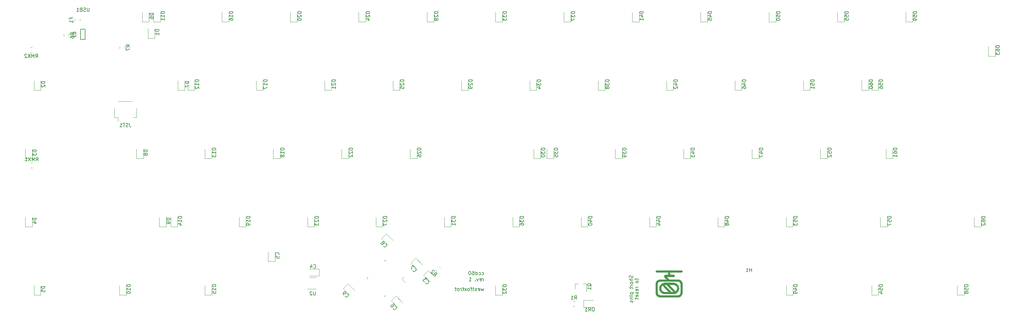
<source format=gbr>
G04 #@! TF.GenerationSoftware,KiCad,Pcbnew,(5.1.8-0-10_14)*
G04 #@! TF.CreationDate,2021-02-08T17:11:09+00:00*
G04 #@! TF.ProjectId,ccd60,63636436-302e-46b6-9963-61645f706362,rev?*
G04 #@! TF.SameCoordinates,Original*
G04 #@! TF.FileFunction,Legend,Bot*
G04 #@! TF.FilePolarity,Positive*
%FSLAX46Y46*%
G04 Gerber Fmt 4.6, Leading zero omitted, Abs format (unit mm)*
G04 Created by KiCad (PCBNEW (5.1.8-0-10_14)) date 2021-02-08 17:11:09*
%MOMM*%
%LPD*%
G01*
G04 APERTURE LIST*
%ADD10C,0.150000*%
%ADD11C,0.200000*%
%ADD12C,0.100000*%
%ADD13C,0.120000*%
G04 APERTURE END LIST*
D10*
X203664657Y-178379824D02*
X203557514Y-179046490D01*
X203307514Y-178570300D01*
X203176561Y-179046490D01*
X202902752Y-178379824D01*
X202218228Y-178998871D02*
X202319419Y-179046490D01*
X202509895Y-179046490D01*
X202599180Y-178998871D01*
X202634895Y-178903633D01*
X202587276Y-178522681D01*
X202527752Y-178427443D01*
X202426561Y-178379824D01*
X202236085Y-178379824D01*
X202146800Y-178427443D01*
X202111085Y-178522681D01*
X202122990Y-178617919D01*
X202611085Y-178713157D01*
X201789657Y-178998871D02*
X201700371Y-179046490D01*
X201509895Y-179046490D01*
X201408704Y-178998871D01*
X201349180Y-178903633D01*
X201343228Y-178856014D01*
X201378942Y-178760776D01*
X201468228Y-178713157D01*
X201611085Y-178713157D01*
X201700371Y-178665538D01*
X201736085Y-178570300D01*
X201730133Y-178522681D01*
X201670609Y-178427443D01*
X201569419Y-178379824D01*
X201426561Y-178379824D01*
X201337276Y-178427443D01*
X200997990Y-178379824D02*
X200617038Y-178379824D01*
X200813466Y-178046490D02*
X200920609Y-178903633D01*
X200884895Y-178998871D01*
X200795609Y-179046490D01*
X200700371Y-179046490D01*
X200426561Y-178379824D02*
X200045609Y-178379824D01*
X200367038Y-179046490D02*
X200259895Y-178189348D01*
X200200371Y-178094110D01*
X200099180Y-178046490D01*
X200003942Y-178046490D01*
X199652752Y-179046490D02*
X199742038Y-178998871D01*
X199783704Y-178951252D01*
X199819419Y-178856014D01*
X199783704Y-178570300D01*
X199724180Y-178475062D01*
X199670609Y-178427443D01*
X199569419Y-178379824D01*
X199426561Y-178379824D01*
X199337276Y-178427443D01*
X199295609Y-178475062D01*
X199259895Y-178570300D01*
X199295609Y-178856014D01*
X199355133Y-178951252D01*
X199408704Y-178998871D01*
X199509895Y-179046490D01*
X199652752Y-179046490D01*
X198986085Y-179046490D02*
X198378942Y-178379824D01*
X198902752Y-178379824D02*
X198462276Y-179046490D01*
X198140847Y-178379824D02*
X197759895Y-178379824D01*
X197956323Y-178046490D02*
X198063466Y-178903633D01*
X198027752Y-178998871D01*
X197938466Y-179046490D01*
X197843228Y-179046490D01*
X197509895Y-179046490D02*
X197426561Y-178379824D01*
X197450371Y-178570300D02*
X197390847Y-178475062D01*
X197337276Y-178427443D01*
X197236085Y-178379824D01*
X197140847Y-178379824D01*
X196747990Y-179046490D02*
X196837276Y-178998871D01*
X196878942Y-178951252D01*
X196914657Y-178856014D01*
X196878942Y-178570300D01*
X196819419Y-178475062D01*
X196765847Y-178427443D01*
X196664657Y-178379824D01*
X196521800Y-178379824D01*
X196432514Y-178427443D01*
X196390847Y-178475062D01*
X196355133Y-178570300D01*
X196390847Y-178856014D01*
X196450371Y-178951252D01*
X196503942Y-178998871D01*
X196605133Y-179046490D01*
X196747990Y-179046490D01*
X196045609Y-178379824D02*
X195664657Y-178379824D01*
X195861085Y-178046490D02*
X195968228Y-178903633D01*
X195932514Y-178998871D01*
X195843228Y-179046490D01*
X195747990Y-179046490D01*
D11*
X203197633Y-174576981D02*
X203292871Y-174624600D01*
X203483347Y-174624600D01*
X203578585Y-174576981D01*
X203626204Y-174529362D01*
X203673823Y-174434124D01*
X203673823Y-174148410D01*
X203626204Y-174053172D01*
X203578585Y-174005553D01*
X203483347Y-173957934D01*
X203292871Y-173957934D01*
X203197633Y-174005553D01*
X202340490Y-174576981D02*
X202435728Y-174624600D01*
X202626204Y-174624600D01*
X202721442Y-174576981D01*
X202769061Y-174529362D01*
X202816680Y-174434124D01*
X202816680Y-174148410D01*
X202769061Y-174053172D01*
X202721442Y-174005553D01*
X202626204Y-173957934D01*
X202435728Y-173957934D01*
X202340490Y-174005553D01*
X201483347Y-174624600D02*
X201483347Y-173624600D01*
X201483347Y-174576981D02*
X201578585Y-174624600D01*
X201769061Y-174624600D01*
X201864300Y-174576981D01*
X201911919Y-174529362D01*
X201959538Y-174434124D01*
X201959538Y-174148410D01*
X201911919Y-174053172D01*
X201864300Y-174005553D01*
X201769061Y-173957934D01*
X201578585Y-173957934D01*
X201483347Y-174005553D01*
X200578585Y-173624600D02*
X200769061Y-173624600D01*
X200864300Y-173672220D01*
X200911919Y-173719839D01*
X201007157Y-173862696D01*
X201054776Y-174053172D01*
X201054776Y-174434124D01*
X201007157Y-174529362D01*
X200959538Y-174576981D01*
X200864300Y-174624600D01*
X200673823Y-174624600D01*
X200578585Y-174576981D01*
X200530966Y-174529362D01*
X200483347Y-174434124D01*
X200483347Y-174196029D01*
X200530966Y-174100791D01*
X200578585Y-174053172D01*
X200673823Y-174005553D01*
X200864300Y-174005553D01*
X200959538Y-174053172D01*
X201007157Y-174100791D01*
X201054776Y-174196029D01*
X199864300Y-173624600D02*
X199769061Y-173624600D01*
X199673823Y-173672220D01*
X199626204Y-173719839D01*
X199578585Y-173815077D01*
X199530966Y-174005553D01*
X199530966Y-174243648D01*
X199578585Y-174434124D01*
X199626204Y-174529362D01*
X199673823Y-174576981D01*
X199769061Y-174624600D01*
X199864300Y-174624600D01*
X199959538Y-174576981D01*
X200007157Y-174529362D01*
X200054776Y-174434124D01*
X200102395Y-174243648D01*
X200102395Y-174005553D01*
X200054776Y-173815077D01*
X200007157Y-173719839D01*
X199959538Y-173672220D01*
X199864300Y-173624600D01*
X203626204Y-176324600D02*
X203626204Y-175657934D01*
X203626204Y-175848410D02*
X203578585Y-175753172D01*
X203530966Y-175705553D01*
X203435728Y-175657934D01*
X203340490Y-175657934D01*
X202626204Y-176276981D02*
X202721442Y-176324600D01*
X202911919Y-176324600D01*
X203007157Y-176276981D01*
X203054776Y-176181743D01*
X203054776Y-175800791D01*
X203007157Y-175705553D01*
X202911919Y-175657934D01*
X202721442Y-175657934D01*
X202626204Y-175705553D01*
X202578585Y-175800791D01*
X202578585Y-175896029D01*
X203054776Y-175991267D01*
X202245252Y-175657934D02*
X202007157Y-176324600D01*
X201769061Y-175657934D01*
X201388109Y-176229362D02*
X201340490Y-176276981D01*
X201388109Y-176324600D01*
X201435728Y-176276981D01*
X201388109Y-176229362D01*
X201388109Y-176324600D01*
X199626204Y-176324600D02*
X200197633Y-176324600D01*
X199911919Y-176324600D02*
X199911919Y-175324600D01*
X200007157Y-175467458D01*
X200102395Y-175562696D01*
X200197633Y-175610315D01*
D12*
G36*
X252853408Y-175928810D02*
G01*
X257816833Y-176449011D01*
X252853408Y-176449011D01*
X252573277Y-176505597D01*
X252344235Y-176659997D01*
X252189351Y-176889163D01*
X252131693Y-177170049D01*
X252131693Y-179606432D01*
X252189272Y-179887804D01*
X252344032Y-180117654D01*
X252573051Y-180272975D01*
X252853408Y-180330762D01*
X257816833Y-180330762D01*
X258096704Y-180272896D01*
X258325043Y-180117450D01*
X258478885Y-179887578D01*
X258535267Y-179606432D01*
X258535267Y-177170049D01*
X258477946Y-176889958D01*
X258323889Y-176661155D01*
X258095912Y-176506539D01*
X257816833Y-176449011D01*
X252853408Y-175928810D01*
X254697059Y-175928810D01*
X254093444Y-175306544D01*
X253987244Y-175098160D01*
X254011431Y-174865361D01*
X254159805Y-174685985D01*
X254382129Y-174618431D01*
X255074319Y-174618431D01*
X255074319Y-173903978D01*
X251872532Y-173903978D01*
X251742952Y-173869131D01*
X251648092Y-173773927D01*
X251613371Y-173643877D01*
X251648092Y-173513827D01*
X251742952Y-173418624D01*
X251872532Y-173383777D01*
X258794428Y-173383777D01*
X258977682Y-173459958D01*
X259053589Y-173643877D01*
X258977682Y-173827796D01*
X258794428Y-173903978D01*
X255592641Y-173903978D01*
X255592641Y-174618431D01*
X256603041Y-174618431D01*
X256732621Y-174653278D01*
X256827481Y-174748481D01*
X256862202Y-174878531D01*
X256827481Y-175008581D01*
X256732621Y-175103785D01*
X256603041Y-175138632D01*
X254654412Y-175138632D01*
X255422054Y-175928810D01*
X257816833Y-175928810D01*
X258066082Y-175954028D01*
X258298234Y-176026353D01*
X258691351Y-176292360D01*
X258956398Y-176686903D01*
X259028462Y-176919896D01*
X259053589Y-177170049D01*
X259053589Y-179606432D01*
X259028485Y-179856806D01*
X258956474Y-180090063D01*
X258691551Y-180485287D01*
X258298458Y-180752216D01*
X258066235Y-180825105D01*
X257816833Y-180850963D01*
X252853408Y-180850963D01*
X252603786Y-180825128D01*
X252371298Y-180752292D01*
X251977526Y-180485488D01*
X251711685Y-180090288D01*
X251639113Y-179856958D01*
X251613371Y-179606432D01*
X251613371Y-177170049D01*
X251639136Y-176919743D01*
X251711762Y-176686678D01*
X251977727Y-176292160D01*
X252371524Y-176026277D01*
X252603938Y-175954005D01*
X252853408Y-175928810D01*
G37*
X252853408Y-175928810D02*
X257816833Y-176449011D01*
X252853408Y-176449011D01*
X252573277Y-176505597D01*
X252344235Y-176659997D01*
X252189351Y-176889163D01*
X252131693Y-177170049D01*
X252131693Y-179606432D01*
X252189272Y-179887804D01*
X252344032Y-180117654D01*
X252573051Y-180272975D01*
X252853408Y-180330762D01*
X257816833Y-180330762D01*
X258096704Y-180272896D01*
X258325043Y-180117450D01*
X258478885Y-179887578D01*
X258535267Y-179606432D01*
X258535267Y-177170049D01*
X258477946Y-176889958D01*
X258323889Y-176661155D01*
X258095912Y-176506539D01*
X257816833Y-176449011D01*
X252853408Y-175928810D01*
X254697059Y-175928810D01*
X254093444Y-175306544D01*
X253987244Y-175098160D01*
X254011431Y-174865361D01*
X254159805Y-174685985D01*
X254382129Y-174618431D01*
X255074319Y-174618431D01*
X255074319Y-173903978D01*
X251872532Y-173903978D01*
X251742952Y-173869131D01*
X251648092Y-173773927D01*
X251613371Y-173643877D01*
X251648092Y-173513827D01*
X251742952Y-173418624D01*
X251872532Y-173383777D01*
X258794428Y-173383777D01*
X258977682Y-173459958D01*
X259053589Y-173643877D01*
X258977682Y-173827796D01*
X258794428Y-173903978D01*
X255592641Y-173903978D01*
X255592641Y-174618431D01*
X256603041Y-174618431D01*
X256732621Y-174653278D01*
X256827481Y-174748481D01*
X256862202Y-174878531D01*
X256827481Y-175008581D01*
X256732621Y-175103785D01*
X256603041Y-175138632D01*
X254654412Y-175138632D01*
X255422054Y-175928810D01*
X257816833Y-175928810D01*
X258066082Y-175954028D01*
X258298234Y-176026353D01*
X258691351Y-176292360D01*
X258956398Y-176686903D01*
X259028462Y-176919896D01*
X259053589Y-177170049D01*
X259053589Y-179606432D01*
X259028485Y-179856806D01*
X258956474Y-180090063D01*
X258691551Y-180485287D01*
X258298458Y-180752216D01*
X258066235Y-180825105D01*
X257816833Y-180850963D01*
X252853408Y-180850963D01*
X252603786Y-180825128D01*
X252371298Y-180752292D01*
X251977526Y-180485488D01*
X251711685Y-180090288D01*
X251639113Y-179856958D01*
X251613371Y-179606432D01*
X251613371Y-177170049D01*
X251639136Y-176919743D01*
X251711762Y-176686678D01*
X251977727Y-176292160D01*
X252371524Y-176026277D01*
X252603938Y-175954005D01*
X252853408Y-175928810D01*
G36*
X254113127Y-176827638D02*
G01*
X256950164Y-177431262D01*
X256553833Y-177351131D01*
X255294114Y-177351131D01*
X257131204Y-179247559D01*
X257316571Y-179083428D01*
X257455521Y-178882441D01*
X257543030Y-178654122D01*
X257574075Y-178407995D01*
X257574075Y-178371778D01*
X257492956Y-177974271D01*
X257274095Y-177649871D01*
X256950164Y-177431262D01*
X254113127Y-176827638D01*
X256589919Y-179425350D01*
X254575680Y-177351131D01*
X254119688Y-177351131D01*
X253995028Y-177351131D01*
X255992864Y-179428642D01*
X256583358Y-179428642D01*
X256589918Y-179425350D01*
X256589919Y-179425350D01*
X254113127Y-176827638D01*
X253476705Y-177581600D01*
X253316456Y-177742860D01*
X253197170Y-177933388D01*
X253122517Y-178145567D01*
X253096165Y-178371778D01*
X253102725Y-178407995D01*
X253102726Y-178407995D01*
X253180138Y-178798580D01*
X253400587Y-179129702D01*
X253730513Y-179350950D01*
X254119687Y-179428642D01*
X255267869Y-179428642D01*
X253476705Y-177581600D01*
X254113127Y-176827638D01*
X256553833Y-176827638D01*
X256863618Y-176859560D01*
X257152142Y-176949854D01*
X257413254Y-177092347D01*
X257640804Y-177280867D01*
X257828644Y-177509242D01*
X257970622Y-177771301D01*
X258060590Y-178060870D01*
X258092397Y-178371778D01*
X258092397Y-178407995D01*
X258060567Y-178718683D01*
X257970546Y-179007987D01*
X257828502Y-179269732D01*
X257640604Y-179497739D01*
X257413019Y-179685831D01*
X257151917Y-179827831D01*
X256863466Y-179917561D01*
X256553833Y-179948842D01*
X254113127Y-179948842D01*
X253804003Y-179916988D01*
X253516095Y-179826886D01*
X253255541Y-179684697D01*
X253028475Y-179496578D01*
X252841036Y-179268690D01*
X252699361Y-179007191D01*
X252609584Y-178718240D01*
X252577844Y-178407995D01*
X252577844Y-178371778D01*
X252609013Y-178061023D01*
X252698419Y-177771526D01*
X252839906Y-177509478D01*
X253027318Y-177281069D01*
X253254502Y-177092489D01*
X253515301Y-176949931D01*
X253803561Y-176859583D01*
X254113127Y-176827638D01*
G37*
X254113127Y-176827638D02*
X256950164Y-177431262D01*
X256553833Y-177351131D01*
X255294114Y-177351131D01*
X257131204Y-179247559D01*
X257316571Y-179083428D01*
X257455521Y-178882441D01*
X257543030Y-178654122D01*
X257574075Y-178407995D01*
X257574075Y-178371778D01*
X257492956Y-177974271D01*
X257274095Y-177649871D01*
X256950164Y-177431262D01*
X254113127Y-176827638D01*
X256589919Y-179425350D01*
X254575680Y-177351131D01*
X254119688Y-177351131D01*
X253995028Y-177351131D01*
X255992864Y-179428642D01*
X256583358Y-179428642D01*
X256589918Y-179425350D01*
X256589919Y-179425350D01*
X254113127Y-176827638D01*
X253476705Y-177581600D01*
X253316456Y-177742860D01*
X253197170Y-177933388D01*
X253122517Y-178145567D01*
X253096165Y-178371778D01*
X253102725Y-178407995D01*
X253102726Y-178407995D01*
X253180138Y-178798580D01*
X253400587Y-179129702D01*
X253730513Y-179350950D01*
X254119687Y-179428642D01*
X255267869Y-179428642D01*
X253476705Y-177581600D01*
X254113127Y-176827638D01*
X256553833Y-176827638D01*
X256863618Y-176859560D01*
X257152142Y-176949854D01*
X257413254Y-177092347D01*
X257640804Y-177280867D01*
X257828644Y-177509242D01*
X257970622Y-177771301D01*
X258060590Y-178060870D01*
X258092397Y-178371778D01*
X258092397Y-178407995D01*
X258060567Y-178718683D01*
X257970546Y-179007987D01*
X257828502Y-179269732D01*
X257640604Y-179497739D01*
X257413019Y-179685831D01*
X257151917Y-179827831D01*
X256863466Y-179917561D01*
X256553833Y-179948842D01*
X254113127Y-179948842D01*
X253804003Y-179916988D01*
X253516095Y-179826886D01*
X253255541Y-179684697D01*
X253028475Y-179496578D01*
X252841036Y-179268690D01*
X252699361Y-179007191D01*
X252609584Y-178718240D01*
X252577844Y-178407995D01*
X252577844Y-178371778D01*
X252609013Y-178061023D01*
X252698419Y-177771526D01*
X252839906Y-177509478D01*
X253027318Y-177281069D01*
X253254502Y-177092489D01*
X253515301Y-176949931D01*
X253803561Y-176859583D01*
X254113127Y-176827638D01*
D13*
X180987113Y-175868198D02*
X181899281Y-176780366D01*
X181305311Y-175550000D02*
X180987113Y-175868198D01*
X180987113Y-175231802D02*
X181305311Y-175550000D01*
X176200000Y-170444689D02*
X175881802Y-170762887D01*
X176518198Y-170762887D02*
X176200000Y-170444689D01*
X176200000Y-180655311D02*
X176518198Y-180337113D01*
X175881802Y-180337113D02*
X176200000Y-180655311D01*
X171094689Y-175550000D02*
X171412887Y-175231802D01*
X171412887Y-175868198D02*
X171094689Y-175550000D01*
X157008400Y-178546400D02*
X154558400Y-178546400D01*
X155208400Y-175326400D02*
X157008400Y-175326400D01*
X188282564Y-173374919D02*
X190181145Y-175273500D01*
X186924919Y-174732564D02*
X188282564Y-173374919D01*
X188823500Y-176631145D02*
X186924919Y-174732564D01*
X157844200Y-174899200D02*
X155159200Y-174899200D01*
X157844200Y-172979200D02*
X157844200Y-174899200D01*
X155159200Y-172979200D02*
X157844200Y-172979200D01*
X143640000Y-170885000D02*
X143640000Y-168200000D01*
X145560000Y-170885000D02*
X143640000Y-170885000D01*
X145560000Y-168200000D02*
X145560000Y-170885000D01*
X179282132Y-180538919D02*
X181180713Y-182437500D01*
X177924487Y-181896564D02*
X179282132Y-180538919D01*
X179823068Y-183795145D02*
X177924487Y-181896564D01*
X184762564Y-169954919D02*
X186661145Y-171853500D01*
X183404919Y-171312564D02*
X184762564Y-169954919D01*
X185303500Y-173211145D02*
X183404919Y-171312564D01*
X176576148Y-163128103D02*
X178474729Y-165026684D01*
X175218503Y-164485748D02*
X176576148Y-163128103D01*
X177117084Y-166384329D02*
X175218503Y-164485748D01*
X165908148Y-177098103D02*
X167806729Y-178996684D01*
X164550503Y-178455748D02*
X165908148Y-177098103D01*
X166449084Y-180354329D02*
X164550503Y-178455748D01*
X110165000Y-108610000D02*
X110165000Y-105925000D01*
X112085000Y-108610000D02*
X110165000Y-108610000D01*
X112085000Y-105925000D02*
X112085000Y-108610000D01*
X108577500Y-104078750D02*
X108577500Y-101393750D01*
X110497500Y-104078750D02*
X108577500Y-104078750D01*
X110497500Y-101393750D02*
X110497500Y-104078750D01*
X111752500Y-104078750D02*
X111752500Y-101393750D01*
X113672500Y-104078750D02*
X111752500Y-104078750D01*
X113672500Y-101393750D02*
X113672500Y-104078750D01*
X130802500Y-104078750D02*
X130802500Y-101393750D01*
X132722500Y-104078750D02*
X130802500Y-104078750D01*
X132722500Y-101393750D02*
X132722500Y-104078750D01*
X149852500Y-104078750D02*
X149852500Y-101393750D01*
X151772500Y-104078750D02*
X149852500Y-104078750D01*
X151772500Y-101393750D02*
X151772500Y-104078750D01*
X168902500Y-104078750D02*
X168902500Y-101393750D01*
X170822500Y-104078750D02*
X168902500Y-104078750D01*
X170822500Y-101393750D02*
X170822500Y-104078750D01*
X187952500Y-104078750D02*
X187952500Y-101393750D01*
X189872500Y-104078750D02*
X187952500Y-104078750D01*
X189872500Y-101393750D02*
X189872500Y-104078750D01*
X207002500Y-104078750D02*
X207002500Y-101393750D01*
X208922500Y-104078750D02*
X207002500Y-104078750D01*
X208922500Y-101393750D02*
X208922500Y-104078750D01*
X226052500Y-104078750D02*
X226052500Y-101393750D01*
X227972500Y-104078750D02*
X226052500Y-104078750D01*
X227972500Y-101393750D02*
X227972500Y-104078750D01*
X245102500Y-104078750D02*
X245102500Y-101393750D01*
X247022500Y-104078750D02*
X245102500Y-104078750D01*
X247022500Y-101393750D02*
X247022500Y-104078750D01*
X264152500Y-104078750D02*
X264152500Y-101393750D01*
X266072500Y-104078750D02*
X264152500Y-104078750D01*
X266072500Y-101393750D02*
X266072500Y-104078750D01*
X283202500Y-104078750D02*
X283202500Y-101393750D01*
X285122500Y-104078750D02*
X283202500Y-104078750D01*
X285122500Y-101393750D02*
X285122500Y-104078750D01*
X302252500Y-104078750D02*
X302252500Y-101393750D01*
X304172500Y-104078750D02*
X302252500Y-104078750D01*
X304172500Y-101393750D02*
X304172500Y-104078750D01*
X321302500Y-104078750D02*
X321302500Y-101393750D01*
X323222500Y-104078750D02*
X321302500Y-104078750D01*
X323222500Y-101393750D02*
X323222500Y-104078750D01*
X78415000Y-123128750D02*
X78415000Y-120443750D01*
X80335000Y-123128750D02*
X78415000Y-123128750D01*
X80335000Y-120443750D02*
X80335000Y-123128750D01*
X118499530Y-123128750D02*
X118499530Y-120443750D01*
X120419530Y-123128750D02*
X118499530Y-123128750D01*
X120419530Y-120443750D02*
X120419530Y-123128750D01*
X121277500Y-123128750D02*
X121277500Y-120443750D01*
X123197500Y-123128750D02*
X121277500Y-123128750D01*
X123197500Y-120443750D02*
X123197500Y-123128750D01*
X140327500Y-123128750D02*
X140327500Y-120443750D01*
X142247500Y-123128750D02*
X140327500Y-123128750D01*
X142247500Y-120443750D02*
X142247500Y-123128750D01*
X159377500Y-123128750D02*
X159377500Y-120443750D01*
X161297500Y-123128750D02*
X159377500Y-123128750D01*
X161297500Y-120443750D02*
X161297500Y-123128750D01*
X178427500Y-123128750D02*
X178427500Y-120443750D01*
X180347500Y-123128750D02*
X178427500Y-123128750D01*
X180347500Y-120443750D02*
X180347500Y-123128750D01*
X197477500Y-123128750D02*
X197477500Y-120443750D01*
X199397500Y-123128750D02*
X197477500Y-123128750D01*
X199397500Y-120443750D02*
X199397500Y-123128750D01*
X216527500Y-123128750D02*
X216527500Y-120443750D01*
X218447500Y-123128750D02*
X216527500Y-123128750D01*
X218447500Y-120443750D02*
X218447500Y-123128750D01*
X235577500Y-123128750D02*
X235577500Y-120443750D01*
X237497500Y-123128750D02*
X235577500Y-123128750D01*
X237497500Y-120443750D02*
X237497500Y-123128750D01*
X254627500Y-123128750D02*
X254627500Y-120443750D01*
X256547500Y-123128750D02*
X254627500Y-123128750D01*
X256547500Y-120443750D02*
X256547500Y-123128750D01*
X273677500Y-123128750D02*
X273677500Y-120443750D01*
X275597500Y-123128750D02*
X273677500Y-123128750D01*
X275597500Y-120443750D02*
X275597500Y-123128750D01*
X292727500Y-123128750D02*
X292727500Y-120443750D01*
X294647500Y-123128750D02*
X292727500Y-123128750D01*
X294647500Y-120443750D02*
X294647500Y-123128750D01*
X311777500Y-123128750D02*
X311777500Y-120443750D01*
X313697500Y-123128750D02*
X311777500Y-123128750D01*
X313697500Y-120443750D02*
X313697500Y-123128750D01*
X309000330Y-123115000D02*
X309000330Y-120430000D01*
X310920330Y-123115000D02*
X309000330Y-123115000D01*
X310920330Y-120430000D02*
X310920330Y-123115000D01*
X76033750Y-142178750D02*
X76033750Y-139493750D01*
X77953750Y-142178750D02*
X76033750Y-142178750D01*
X77953750Y-139493750D02*
X77953750Y-142178750D01*
X106990000Y-142178750D02*
X106990000Y-139493750D01*
X108910000Y-142178750D02*
X106990000Y-142178750D01*
X108910000Y-139493750D02*
X108910000Y-142178750D01*
X126040000Y-142178750D02*
X126040000Y-139493750D01*
X127960000Y-142178750D02*
X126040000Y-142178750D01*
X127960000Y-139493750D02*
X127960000Y-142178750D01*
X145090000Y-142178750D02*
X145090000Y-139493750D01*
X147010000Y-142178750D02*
X145090000Y-142178750D01*
X147010000Y-139493750D02*
X147010000Y-142178750D01*
X164140000Y-142178750D02*
X164140000Y-139493750D01*
X166060000Y-142178750D02*
X164140000Y-142178750D01*
X166060000Y-139493750D02*
X166060000Y-142178750D01*
X183190000Y-142178750D02*
X183190000Y-139493750D01*
X185110000Y-142178750D02*
X183190000Y-142178750D01*
X185110000Y-139493750D02*
X185110000Y-142178750D01*
X217686930Y-142178750D02*
X217686930Y-139493750D01*
X219606930Y-142178750D02*
X217686930Y-142178750D01*
X219606930Y-139493750D02*
X219606930Y-142178750D01*
X221290000Y-142178750D02*
X221290000Y-139493750D01*
X223210000Y-142178750D02*
X221290000Y-142178750D01*
X223210000Y-139493750D02*
X223210000Y-142178750D01*
X240340000Y-142178750D02*
X240340000Y-139493750D01*
X242260000Y-142178750D02*
X240340000Y-142178750D01*
X242260000Y-139493750D02*
X242260000Y-142178750D01*
X259390000Y-142178750D02*
X259390000Y-139493750D01*
X261310000Y-142178750D02*
X259390000Y-142178750D01*
X261310000Y-139493750D02*
X261310000Y-142178750D01*
X278440000Y-142178750D02*
X278440000Y-139493750D01*
X280360000Y-142178750D02*
X278440000Y-142178750D01*
X280360000Y-139493750D02*
X280360000Y-142178750D01*
X297490000Y-142178750D02*
X297490000Y-139493750D01*
X299410000Y-142178750D02*
X297490000Y-142178750D01*
X299410000Y-139493750D02*
X299410000Y-142178750D01*
X315746250Y-142178750D02*
X315746250Y-139493750D01*
X317666250Y-142178750D02*
X315746250Y-142178750D01*
X317666250Y-139493750D02*
X317666250Y-142178750D01*
X76033750Y-161228750D02*
X76033750Y-158543750D01*
X77953750Y-161228750D02*
X76033750Y-161228750D01*
X77953750Y-158543750D02*
X77953750Y-161228750D01*
X113340000Y-161228750D02*
X113340000Y-158543750D01*
X115260000Y-161228750D02*
X113340000Y-161228750D01*
X115260000Y-158543750D02*
X115260000Y-161228750D01*
X116515000Y-161228750D02*
X116515000Y-158543750D01*
X118435000Y-161228750D02*
X116515000Y-161228750D01*
X118435000Y-158543750D02*
X118435000Y-161228750D01*
X135565000Y-161228750D02*
X135565000Y-158543750D01*
X137485000Y-161228750D02*
X135565000Y-161228750D01*
X137485000Y-158543750D02*
X137485000Y-161228750D01*
X154615000Y-161228750D02*
X154615000Y-158543750D01*
X156535000Y-161228750D02*
X154615000Y-161228750D01*
X156535000Y-158543750D02*
X156535000Y-161228750D01*
X173665000Y-161228750D02*
X173665000Y-158543750D01*
X175585000Y-161228750D02*
X173665000Y-161228750D01*
X175585000Y-158543750D02*
X175585000Y-161228750D01*
X192715000Y-161228750D02*
X192715000Y-158543750D01*
X194635000Y-161228750D02*
X192715000Y-161228750D01*
X194635000Y-158543750D02*
X194635000Y-161228750D01*
X211765000Y-161228750D02*
X211765000Y-158543750D01*
X213685000Y-161228750D02*
X211765000Y-161228750D01*
X213685000Y-158543750D02*
X213685000Y-161228750D01*
X230815000Y-161228750D02*
X230815000Y-158543750D01*
X232735000Y-161228750D02*
X230815000Y-161228750D01*
X232735000Y-158543750D02*
X232735000Y-161228750D01*
X249865000Y-161228750D02*
X249865000Y-158543750D01*
X251785000Y-161228750D02*
X249865000Y-161228750D01*
X251785000Y-158543750D02*
X251785000Y-161228750D01*
X268915000Y-161228750D02*
X268915000Y-158543750D01*
X270835000Y-161228750D02*
X268915000Y-161228750D01*
X270835000Y-158543750D02*
X270835000Y-161228750D01*
X287965000Y-161228750D02*
X287965000Y-158543750D01*
X289885000Y-161228750D02*
X287965000Y-161228750D01*
X289885000Y-158543750D02*
X289885000Y-161228750D01*
X314158750Y-161228750D02*
X314158750Y-158543750D01*
X316078750Y-161228750D02*
X314158750Y-161228750D01*
X316078750Y-158543750D02*
X316078750Y-161228750D01*
X340352500Y-161228750D02*
X340352500Y-158543750D01*
X342272500Y-161228750D02*
X340352500Y-161228750D01*
X342272500Y-158543750D02*
X342272500Y-161228750D01*
X78415000Y-180278750D02*
X78415000Y-177593750D01*
X80335000Y-180278750D02*
X78415000Y-180278750D01*
X80335000Y-177593750D02*
X80335000Y-180278750D01*
X102227500Y-180278750D02*
X102227500Y-177593750D01*
X104147500Y-180278750D02*
X102227500Y-180278750D01*
X104147500Y-177593750D02*
X104147500Y-180278750D01*
X126040000Y-180278750D02*
X126040000Y-177593750D01*
X127960000Y-180278750D02*
X126040000Y-180278750D01*
X127960000Y-177593750D02*
X127960000Y-180278750D01*
X207002500Y-180278750D02*
X207002500Y-177593750D01*
X208922500Y-180278750D02*
X207002500Y-180278750D01*
X208922500Y-177593750D02*
X208922500Y-180278750D01*
X287965000Y-180278750D02*
X287965000Y-177593750D01*
X289885000Y-180278750D02*
X287965000Y-180278750D01*
X289885000Y-177593750D02*
X289885000Y-180278750D01*
X311777500Y-180278750D02*
X311777500Y-177593750D01*
X313697500Y-180278750D02*
X311777500Y-180278750D01*
X313697500Y-177593750D02*
X313697500Y-180278750D01*
X335590000Y-180278750D02*
X335590000Y-177593750D01*
X337510000Y-180278750D02*
X335590000Y-180278750D01*
X337510000Y-177593750D02*
X337510000Y-180278750D01*
X344321250Y-113603750D02*
X344321250Y-110918750D01*
X346241250Y-113603750D02*
X344321250Y-113603750D01*
X346241250Y-110918750D02*
X346241250Y-113603750D01*
X231540000Y-181690000D02*
X234225000Y-181690000D01*
X231540000Y-183610000D02*
X231540000Y-181690000D01*
X234225000Y-183610000D02*
X231540000Y-183610000D01*
X91197880Y-103326232D02*
X91197880Y-103843388D01*
X89777880Y-103326232D02*
X89777880Y-103843388D01*
X229120000Y-177140000D02*
X229120000Y-178600000D01*
X232280000Y-177140000D02*
X232280000Y-179300000D01*
X232280000Y-177140000D02*
X231350000Y-177140000D01*
X229120000Y-177140000D02*
X230050000Y-177140000D01*
X229083578Y-183360000D02*
X228566422Y-183360000D01*
X229083578Y-181940000D02*
X228566422Y-181940000D01*
X191294420Y-172300328D02*
X191660104Y-172666012D01*
X190290328Y-173304420D02*
X190656012Y-173670104D01*
X86710000Y-108078578D02*
X86710000Y-107561422D01*
X88130000Y-108078578D02*
X88130000Y-107561422D01*
X102310000Y-111473578D02*
X102310000Y-110956422D01*
X103730000Y-111473578D02*
X103730000Y-110956422D01*
X77414622Y-111202400D02*
X77931778Y-111202400D01*
X77414622Y-112622400D02*
X77931778Y-112622400D01*
X78046058Y-144775800D02*
X77528902Y-144775800D01*
X78046058Y-143355800D02*
X77528902Y-143355800D01*
D10*
X91400000Y-106055500D02*
X91400000Y-108955500D01*
X91400000Y-106055500D02*
X92700000Y-106055500D01*
X92700000Y-106055500D02*
X92700000Y-108955500D01*
X92700000Y-108955500D02*
X91400000Y-108955500D01*
D13*
X100776000Y-128221750D02*
X100776000Y-130721750D01*
X100776000Y-130721750D02*
X101826000Y-130721750D01*
X101826000Y-130721750D02*
X101826000Y-131711750D01*
X106996000Y-128221750D02*
X106996000Y-130721750D01*
X106996000Y-130721750D02*
X105946000Y-130721750D01*
X101946000Y-126251750D02*
X105826000Y-126251750D01*
D10*
X93813095Y-100139880D02*
X93813095Y-100949404D01*
X93765476Y-101044642D01*
X93717857Y-101092261D01*
X93622619Y-101139880D01*
X93432142Y-101139880D01*
X93336904Y-101092261D01*
X93289285Y-101044642D01*
X93241666Y-100949404D01*
X93241666Y-100139880D01*
X92813095Y-101092261D02*
X92670238Y-101139880D01*
X92432142Y-101139880D01*
X92336904Y-101092261D01*
X92289285Y-101044642D01*
X92241666Y-100949404D01*
X92241666Y-100854166D01*
X92289285Y-100758928D01*
X92336904Y-100711309D01*
X92432142Y-100663690D01*
X92622619Y-100616071D01*
X92717857Y-100568452D01*
X92765476Y-100520833D01*
X92813095Y-100425595D01*
X92813095Y-100330357D01*
X92765476Y-100235119D01*
X92717857Y-100187500D01*
X92622619Y-100139880D01*
X92384523Y-100139880D01*
X92241666Y-100187500D01*
X91479761Y-100616071D02*
X91336904Y-100663690D01*
X91289285Y-100711309D01*
X91241666Y-100806547D01*
X91241666Y-100949404D01*
X91289285Y-101044642D01*
X91336904Y-101092261D01*
X91432142Y-101139880D01*
X91813095Y-101139880D01*
X91813095Y-100139880D01*
X91479761Y-100139880D01*
X91384523Y-100187500D01*
X91336904Y-100235119D01*
X91289285Y-100330357D01*
X91289285Y-100425595D01*
X91336904Y-100520833D01*
X91384523Y-100568452D01*
X91479761Y-100616071D01*
X91813095Y-100616071D01*
X90289285Y-101139880D02*
X90860714Y-101139880D01*
X90575000Y-101139880D02*
X90575000Y-100139880D01*
X90670238Y-100282738D01*
X90765476Y-100377976D01*
X90860714Y-100425595D01*
X156870304Y-179288780D02*
X156870304Y-180098304D01*
X156822685Y-180193542D01*
X156775066Y-180241161D01*
X156679828Y-180288780D01*
X156489352Y-180288780D01*
X156394114Y-180241161D01*
X156346495Y-180193542D01*
X156298876Y-180098304D01*
X156298876Y-179288780D01*
X155870304Y-179384019D02*
X155822685Y-179336400D01*
X155727447Y-179288780D01*
X155489352Y-179288780D01*
X155394114Y-179336400D01*
X155346495Y-179384019D01*
X155298876Y-179479257D01*
X155298876Y-179574495D01*
X155346495Y-179717352D01*
X155917923Y-180288780D01*
X155298876Y-180288780D01*
X187493802Y-176782331D02*
X187493802Y-176849674D01*
X187561146Y-176984361D01*
X187628490Y-177051705D01*
X187763177Y-177119048D01*
X187897864Y-177119048D01*
X187998879Y-177085377D01*
X188167238Y-176984361D01*
X188268253Y-176883346D01*
X188369268Y-176714987D01*
X188402940Y-176613972D01*
X188402940Y-176479285D01*
X188335596Y-176344598D01*
X188268253Y-176277254D01*
X188133566Y-176209911D01*
X188066222Y-176209911D01*
X187897864Y-175906865D02*
X187460131Y-175469132D01*
X187426459Y-175974209D01*
X187325444Y-175873193D01*
X187224428Y-175839522D01*
X187157085Y-175839522D01*
X187056070Y-175873193D01*
X186887711Y-176041552D01*
X186854039Y-176142567D01*
X186854039Y-176209911D01*
X186887711Y-176310926D01*
X187089741Y-176512957D01*
X187190757Y-176546629D01*
X187258100Y-176546629D01*
X156325866Y-172646342D02*
X156373485Y-172693961D01*
X156516342Y-172741580D01*
X156611580Y-172741580D01*
X156754438Y-172693961D01*
X156849676Y-172598723D01*
X156897295Y-172503485D01*
X156944914Y-172313009D01*
X156944914Y-172170152D01*
X156897295Y-171979676D01*
X156849676Y-171884438D01*
X156754438Y-171789200D01*
X156611580Y-171741580D01*
X156516342Y-171741580D01*
X156373485Y-171789200D01*
X156325866Y-171836819D01*
X155468723Y-172074914D02*
X155468723Y-172741580D01*
X155706819Y-171693961D02*
X155944914Y-172408247D01*
X155325866Y-172408247D01*
X146607142Y-169033333D02*
X146654761Y-168985714D01*
X146702380Y-168842857D01*
X146702380Y-168747619D01*
X146654761Y-168604761D01*
X146559523Y-168509523D01*
X146464285Y-168461904D01*
X146273809Y-168414285D01*
X146130952Y-168414285D01*
X145940476Y-168461904D01*
X145845238Y-168509523D01*
X145750000Y-168604761D01*
X145702380Y-168747619D01*
X145702380Y-168842857D01*
X145750000Y-168985714D01*
X145797619Y-169033333D01*
X145702380Y-169938095D02*
X145702380Y-169461904D01*
X146178571Y-169414285D01*
X146130952Y-169461904D01*
X146083333Y-169557142D01*
X146083333Y-169795238D01*
X146130952Y-169890476D01*
X146178571Y-169938095D01*
X146273809Y-169985714D01*
X146511904Y-169985714D01*
X146607142Y-169938095D01*
X146654761Y-169890476D01*
X146702380Y-169795238D01*
X146702380Y-169557142D01*
X146654761Y-169461904D01*
X146607142Y-169414285D01*
X178493370Y-183946331D02*
X178493370Y-184013674D01*
X178560714Y-184148361D01*
X178628058Y-184215705D01*
X178762745Y-184283048D01*
X178897432Y-184283048D01*
X178998447Y-184249377D01*
X179166806Y-184148361D01*
X179267821Y-184047346D01*
X179368836Y-183878987D01*
X179402508Y-183777972D01*
X179402508Y-183643285D01*
X179335164Y-183508598D01*
X179267821Y-183441254D01*
X179133134Y-183373911D01*
X179065790Y-183373911D01*
X178527042Y-182700476D02*
X178661729Y-182835163D01*
X178695401Y-182936178D01*
X178695401Y-183003522D01*
X178661729Y-183171880D01*
X178560714Y-183340239D01*
X178291340Y-183609613D01*
X178190325Y-183643285D01*
X178122981Y-183643285D01*
X178021966Y-183609613D01*
X177887279Y-183474926D01*
X177853607Y-183373911D01*
X177853607Y-183306567D01*
X177887279Y-183205552D01*
X178055638Y-183037193D01*
X178156653Y-183003522D01*
X178223996Y-183003522D01*
X178325012Y-183037193D01*
X178459699Y-183171880D01*
X178493370Y-183272896D01*
X178493370Y-183340239D01*
X178459699Y-183441254D01*
X183973802Y-173362331D02*
X183973802Y-173429674D01*
X184041146Y-173564361D01*
X184108490Y-173631705D01*
X184243177Y-173699048D01*
X184377864Y-173699048D01*
X184478879Y-173665377D01*
X184647238Y-173564361D01*
X184748253Y-173463346D01*
X184849268Y-173294987D01*
X184882940Y-173193972D01*
X184882940Y-173059285D01*
X184815596Y-172924598D01*
X184748253Y-172857254D01*
X184613566Y-172789911D01*
X184546222Y-172789911D01*
X184377864Y-172486865D02*
X183906459Y-172015461D01*
X183502398Y-173025613D01*
X175787386Y-166535515D02*
X175787386Y-166602858D01*
X175854730Y-166737545D01*
X175922074Y-166804889D01*
X176056761Y-166872232D01*
X176191448Y-166872232D01*
X176292463Y-166838561D01*
X176460822Y-166737545D01*
X176561837Y-166636530D01*
X176662852Y-166468171D01*
X176696524Y-166367156D01*
X176696524Y-166232469D01*
X176629180Y-166097782D01*
X176561837Y-166030438D01*
X176427150Y-165963095D01*
X176359806Y-165963095D01*
X175720043Y-165794736D02*
X175821058Y-165828408D01*
X175888402Y-165828408D01*
X175989417Y-165794736D01*
X176023089Y-165761064D01*
X176056761Y-165660049D01*
X176056761Y-165592706D01*
X176023089Y-165491690D01*
X175888402Y-165357003D01*
X175787386Y-165323332D01*
X175720043Y-165323332D01*
X175619028Y-165357003D01*
X175585356Y-165390675D01*
X175551684Y-165491690D01*
X175551684Y-165559034D01*
X175585356Y-165660049D01*
X175720043Y-165794736D01*
X175753715Y-165895751D01*
X175753715Y-165963095D01*
X175720043Y-166064110D01*
X175585356Y-166198797D01*
X175484341Y-166232469D01*
X175416997Y-166232469D01*
X175315982Y-166198797D01*
X175181295Y-166064110D01*
X175147623Y-165963095D01*
X175147623Y-165895751D01*
X175181295Y-165794736D01*
X175315982Y-165660049D01*
X175416997Y-165626377D01*
X175484341Y-165626377D01*
X175585356Y-165660049D01*
X165119386Y-180505515D02*
X165119386Y-180572858D01*
X165186730Y-180707545D01*
X165254074Y-180774889D01*
X165388761Y-180842232D01*
X165523448Y-180842232D01*
X165624463Y-180808561D01*
X165792822Y-180707545D01*
X165893837Y-180606530D01*
X165994852Y-180438171D01*
X166028524Y-180337156D01*
X166028524Y-180202469D01*
X165961180Y-180067782D01*
X165893837Y-180000438D01*
X165759150Y-179933095D01*
X165691806Y-179933095D01*
X164715325Y-180236141D02*
X164580638Y-180101454D01*
X164546967Y-180000438D01*
X164546967Y-179933095D01*
X164580638Y-179764736D01*
X164681654Y-179596377D01*
X164951028Y-179327003D01*
X165052043Y-179293332D01*
X165119386Y-179293332D01*
X165220402Y-179327003D01*
X165355089Y-179461690D01*
X165388761Y-179562706D01*
X165388761Y-179630049D01*
X165355089Y-179731064D01*
X165186730Y-179899423D01*
X165085715Y-179933095D01*
X165018371Y-179933095D01*
X164917356Y-179899423D01*
X164782669Y-179764736D01*
X164748997Y-179663721D01*
X164748997Y-179596377D01*
X164782669Y-179495362D01*
X113227380Y-106186904D02*
X112227380Y-106186904D01*
X112227380Y-106425000D01*
X112275000Y-106567857D01*
X112370238Y-106663095D01*
X112465476Y-106710714D01*
X112655952Y-106758333D01*
X112798809Y-106758333D01*
X112989285Y-106710714D01*
X113084523Y-106663095D01*
X113179761Y-106567857D01*
X113227380Y-106425000D01*
X113227380Y-106186904D01*
X113227380Y-107710714D02*
X113227380Y-107139285D01*
X113227380Y-107425000D02*
X112227380Y-107425000D01*
X112370238Y-107329761D01*
X112465476Y-107234523D01*
X112513095Y-107139285D01*
X111639880Y-101655654D02*
X110639880Y-101655654D01*
X110639880Y-101893750D01*
X110687500Y-102036607D01*
X110782738Y-102131845D01*
X110877976Y-102179464D01*
X111068452Y-102227083D01*
X111211309Y-102227083D01*
X111401785Y-102179464D01*
X111497023Y-102131845D01*
X111592261Y-102036607D01*
X111639880Y-101893750D01*
X111639880Y-101655654D01*
X110639880Y-103084226D02*
X110639880Y-102893750D01*
X110687500Y-102798511D01*
X110735119Y-102750892D01*
X110877976Y-102655654D01*
X111068452Y-102608035D01*
X111449404Y-102608035D01*
X111544642Y-102655654D01*
X111592261Y-102703273D01*
X111639880Y-102798511D01*
X111639880Y-102988988D01*
X111592261Y-103084226D01*
X111544642Y-103131845D01*
X111449404Y-103179464D01*
X111211309Y-103179464D01*
X111116071Y-103131845D01*
X111068452Y-103084226D01*
X111020833Y-102988988D01*
X111020833Y-102798511D01*
X111068452Y-102703273D01*
X111116071Y-102655654D01*
X111211309Y-102608035D01*
X114814880Y-101179464D02*
X113814880Y-101179464D01*
X113814880Y-101417559D01*
X113862500Y-101560416D01*
X113957738Y-101655654D01*
X114052976Y-101703273D01*
X114243452Y-101750892D01*
X114386309Y-101750892D01*
X114576785Y-101703273D01*
X114672023Y-101655654D01*
X114767261Y-101560416D01*
X114814880Y-101417559D01*
X114814880Y-101179464D01*
X114814880Y-102703273D02*
X114814880Y-102131845D01*
X114814880Y-102417559D02*
X113814880Y-102417559D01*
X113957738Y-102322321D01*
X114052976Y-102227083D01*
X114100595Y-102131845D01*
X114814880Y-103655654D02*
X114814880Y-103084226D01*
X114814880Y-103369940D02*
X113814880Y-103369940D01*
X113957738Y-103274702D01*
X114052976Y-103179464D01*
X114100595Y-103084226D01*
X133864880Y-101179464D02*
X132864880Y-101179464D01*
X132864880Y-101417559D01*
X132912500Y-101560416D01*
X133007738Y-101655654D01*
X133102976Y-101703273D01*
X133293452Y-101750892D01*
X133436309Y-101750892D01*
X133626785Y-101703273D01*
X133722023Y-101655654D01*
X133817261Y-101560416D01*
X133864880Y-101417559D01*
X133864880Y-101179464D01*
X133864880Y-102703273D02*
X133864880Y-102131845D01*
X133864880Y-102417559D02*
X132864880Y-102417559D01*
X133007738Y-102322321D01*
X133102976Y-102227083D01*
X133150595Y-102131845D01*
X132864880Y-103560416D02*
X132864880Y-103369940D01*
X132912500Y-103274702D01*
X132960119Y-103227083D01*
X133102976Y-103131845D01*
X133293452Y-103084226D01*
X133674404Y-103084226D01*
X133769642Y-103131845D01*
X133817261Y-103179464D01*
X133864880Y-103274702D01*
X133864880Y-103465178D01*
X133817261Y-103560416D01*
X133769642Y-103608035D01*
X133674404Y-103655654D01*
X133436309Y-103655654D01*
X133341071Y-103608035D01*
X133293452Y-103560416D01*
X133245833Y-103465178D01*
X133245833Y-103274702D01*
X133293452Y-103179464D01*
X133341071Y-103131845D01*
X133436309Y-103084226D01*
X152914880Y-101179464D02*
X151914880Y-101179464D01*
X151914880Y-101417559D01*
X151962500Y-101560416D01*
X152057738Y-101655654D01*
X152152976Y-101703273D01*
X152343452Y-101750892D01*
X152486309Y-101750892D01*
X152676785Y-101703273D01*
X152772023Y-101655654D01*
X152867261Y-101560416D01*
X152914880Y-101417559D01*
X152914880Y-101179464D01*
X152010119Y-102131845D02*
X151962500Y-102179464D01*
X151914880Y-102274702D01*
X151914880Y-102512797D01*
X151962500Y-102608035D01*
X152010119Y-102655654D01*
X152105357Y-102703273D01*
X152200595Y-102703273D01*
X152343452Y-102655654D01*
X152914880Y-102084226D01*
X152914880Y-102703273D01*
X151914880Y-103322321D02*
X151914880Y-103417559D01*
X151962500Y-103512797D01*
X152010119Y-103560416D01*
X152105357Y-103608035D01*
X152295833Y-103655654D01*
X152533928Y-103655654D01*
X152724404Y-103608035D01*
X152819642Y-103560416D01*
X152867261Y-103512797D01*
X152914880Y-103417559D01*
X152914880Y-103322321D01*
X152867261Y-103227083D01*
X152819642Y-103179464D01*
X152724404Y-103131845D01*
X152533928Y-103084226D01*
X152295833Y-103084226D01*
X152105357Y-103131845D01*
X152010119Y-103179464D01*
X151962500Y-103227083D01*
X151914880Y-103322321D01*
X171964880Y-101179464D02*
X170964880Y-101179464D01*
X170964880Y-101417559D01*
X171012500Y-101560416D01*
X171107738Y-101655654D01*
X171202976Y-101703273D01*
X171393452Y-101750892D01*
X171536309Y-101750892D01*
X171726785Y-101703273D01*
X171822023Y-101655654D01*
X171917261Y-101560416D01*
X171964880Y-101417559D01*
X171964880Y-101179464D01*
X171060119Y-102131845D02*
X171012500Y-102179464D01*
X170964880Y-102274702D01*
X170964880Y-102512797D01*
X171012500Y-102608035D01*
X171060119Y-102655654D01*
X171155357Y-102703273D01*
X171250595Y-102703273D01*
X171393452Y-102655654D01*
X171964880Y-102084226D01*
X171964880Y-102703273D01*
X171298214Y-103560416D02*
X171964880Y-103560416D01*
X170917261Y-103322321D02*
X171631547Y-103084226D01*
X171631547Y-103703273D01*
X191014880Y-101179464D02*
X190014880Y-101179464D01*
X190014880Y-101417559D01*
X190062500Y-101560416D01*
X190157738Y-101655654D01*
X190252976Y-101703273D01*
X190443452Y-101750892D01*
X190586309Y-101750892D01*
X190776785Y-101703273D01*
X190872023Y-101655654D01*
X190967261Y-101560416D01*
X191014880Y-101417559D01*
X191014880Y-101179464D01*
X190110119Y-102131845D02*
X190062500Y-102179464D01*
X190014880Y-102274702D01*
X190014880Y-102512797D01*
X190062500Y-102608035D01*
X190110119Y-102655654D01*
X190205357Y-102703273D01*
X190300595Y-102703273D01*
X190443452Y-102655654D01*
X191014880Y-102084226D01*
X191014880Y-102703273D01*
X190443452Y-103274702D02*
X190395833Y-103179464D01*
X190348214Y-103131845D01*
X190252976Y-103084226D01*
X190205357Y-103084226D01*
X190110119Y-103131845D01*
X190062500Y-103179464D01*
X190014880Y-103274702D01*
X190014880Y-103465178D01*
X190062500Y-103560416D01*
X190110119Y-103608035D01*
X190205357Y-103655654D01*
X190252976Y-103655654D01*
X190348214Y-103608035D01*
X190395833Y-103560416D01*
X190443452Y-103465178D01*
X190443452Y-103274702D01*
X190491071Y-103179464D01*
X190538690Y-103131845D01*
X190633928Y-103084226D01*
X190824404Y-103084226D01*
X190919642Y-103131845D01*
X190967261Y-103179464D01*
X191014880Y-103274702D01*
X191014880Y-103465178D01*
X190967261Y-103560416D01*
X190919642Y-103608035D01*
X190824404Y-103655654D01*
X190633928Y-103655654D01*
X190538690Y-103608035D01*
X190491071Y-103560416D01*
X190443452Y-103465178D01*
X210064880Y-101179464D02*
X209064880Y-101179464D01*
X209064880Y-101417559D01*
X209112500Y-101560416D01*
X209207738Y-101655654D01*
X209302976Y-101703273D01*
X209493452Y-101750892D01*
X209636309Y-101750892D01*
X209826785Y-101703273D01*
X209922023Y-101655654D01*
X210017261Y-101560416D01*
X210064880Y-101417559D01*
X210064880Y-101179464D01*
X209064880Y-102084226D02*
X209064880Y-102703273D01*
X209445833Y-102369940D01*
X209445833Y-102512797D01*
X209493452Y-102608035D01*
X209541071Y-102655654D01*
X209636309Y-102703273D01*
X209874404Y-102703273D01*
X209969642Y-102655654D01*
X210017261Y-102608035D01*
X210064880Y-102512797D01*
X210064880Y-102227083D01*
X210017261Y-102131845D01*
X209969642Y-102084226D01*
X209064880Y-103036607D02*
X209064880Y-103655654D01*
X209445833Y-103322321D01*
X209445833Y-103465178D01*
X209493452Y-103560416D01*
X209541071Y-103608035D01*
X209636309Y-103655654D01*
X209874404Y-103655654D01*
X209969642Y-103608035D01*
X210017261Y-103560416D01*
X210064880Y-103465178D01*
X210064880Y-103179464D01*
X210017261Y-103084226D01*
X209969642Y-103036607D01*
X229114880Y-101179464D02*
X228114880Y-101179464D01*
X228114880Y-101417559D01*
X228162500Y-101560416D01*
X228257738Y-101655654D01*
X228352976Y-101703273D01*
X228543452Y-101750892D01*
X228686309Y-101750892D01*
X228876785Y-101703273D01*
X228972023Y-101655654D01*
X229067261Y-101560416D01*
X229114880Y-101417559D01*
X229114880Y-101179464D01*
X228114880Y-102084226D02*
X228114880Y-102703273D01*
X228495833Y-102369940D01*
X228495833Y-102512797D01*
X228543452Y-102608035D01*
X228591071Y-102655654D01*
X228686309Y-102703273D01*
X228924404Y-102703273D01*
X229019642Y-102655654D01*
X229067261Y-102608035D01*
X229114880Y-102512797D01*
X229114880Y-102227083D01*
X229067261Y-102131845D01*
X229019642Y-102084226D01*
X228114880Y-103036607D02*
X228114880Y-103703273D01*
X229114880Y-103274702D01*
X248164880Y-101179464D02*
X247164880Y-101179464D01*
X247164880Y-101417559D01*
X247212500Y-101560416D01*
X247307738Y-101655654D01*
X247402976Y-101703273D01*
X247593452Y-101750892D01*
X247736309Y-101750892D01*
X247926785Y-101703273D01*
X248022023Y-101655654D01*
X248117261Y-101560416D01*
X248164880Y-101417559D01*
X248164880Y-101179464D01*
X247498214Y-102608035D02*
X248164880Y-102608035D01*
X247117261Y-102369940D02*
X247831547Y-102131845D01*
X247831547Y-102750892D01*
X248164880Y-103655654D02*
X248164880Y-103084226D01*
X248164880Y-103369940D02*
X247164880Y-103369940D01*
X247307738Y-103274702D01*
X247402976Y-103179464D01*
X247450595Y-103084226D01*
X267214880Y-101179464D02*
X266214880Y-101179464D01*
X266214880Y-101417559D01*
X266262500Y-101560416D01*
X266357738Y-101655654D01*
X266452976Y-101703273D01*
X266643452Y-101750892D01*
X266786309Y-101750892D01*
X266976785Y-101703273D01*
X267072023Y-101655654D01*
X267167261Y-101560416D01*
X267214880Y-101417559D01*
X267214880Y-101179464D01*
X266548214Y-102608035D02*
X267214880Y-102608035D01*
X266167261Y-102369940D02*
X266881547Y-102131845D01*
X266881547Y-102750892D01*
X266214880Y-103608035D02*
X266214880Y-103131845D01*
X266691071Y-103084226D01*
X266643452Y-103131845D01*
X266595833Y-103227083D01*
X266595833Y-103465178D01*
X266643452Y-103560416D01*
X266691071Y-103608035D01*
X266786309Y-103655654D01*
X267024404Y-103655654D01*
X267119642Y-103608035D01*
X267167261Y-103560416D01*
X267214880Y-103465178D01*
X267214880Y-103227083D01*
X267167261Y-103131845D01*
X267119642Y-103084226D01*
X286264880Y-101179464D02*
X285264880Y-101179464D01*
X285264880Y-101417559D01*
X285312500Y-101560416D01*
X285407738Y-101655654D01*
X285502976Y-101703273D01*
X285693452Y-101750892D01*
X285836309Y-101750892D01*
X286026785Y-101703273D01*
X286122023Y-101655654D01*
X286217261Y-101560416D01*
X286264880Y-101417559D01*
X286264880Y-101179464D01*
X285264880Y-102655654D02*
X285264880Y-102179464D01*
X285741071Y-102131845D01*
X285693452Y-102179464D01*
X285645833Y-102274702D01*
X285645833Y-102512797D01*
X285693452Y-102608035D01*
X285741071Y-102655654D01*
X285836309Y-102703273D01*
X286074404Y-102703273D01*
X286169642Y-102655654D01*
X286217261Y-102608035D01*
X286264880Y-102512797D01*
X286264880Y-102274702D01*
X286217261Y-102179464D01*
X286169642Y-102131845D01*
X285264880Y-103322321D02*
X285264880Y-103417559D01*
X285312500Y-103512797D01*
X285360119Y-103560416D01*
X285455357Y-103608035D01*
X285645833Y-103655654D01*
X285883928Y-103655654D01*
X286074404Y-103608035D01*
X286169642Y-103560416D01*
X286217261Y-103512797D01*
X286264880Y-103417559D01*
X286264880Y-103322321D01*
X286217261Y-103227083D01*
X286169642Y-103179464D01*
X286074404Y-103131845D01*
X285883928Y-103084226D01*
X285645833Y-103084226D01*
X285455357Y-103131845D01*
X285360119Y-103179464D01*
X285312500Y-103227083D01*
X285264880Y-103322321D01*
X305314880Y-101179464D02*
X304314880Y-101179464D01*
X304314880Y-101417559D01*
X304362500Y-101560416D01*
X304457738Y-101655654D01*
X304552976Y-101703273D01*
X304743452Y-101750892D01*
X304886309Y-101750892D01*
X305076785Y-101703273D01*
X305172023Y-101655654D01*
X305267261Y-101560416D01*
X305314880Y-101417559D01*
X305314880Y-101179464D01*
X304314880Y-102655654D02*
X304314880Y-102179464D01*
X304791071Y-102131845D01*
X304743452Y-102179464D01*
X304695833Y-102274702D01*
X304695833Y-102512797D01*
X304743452Y-102608035D01*
X304791071Y-102655654D01*
X304886309Y-102703273D01*
X305124404Y-102703273D01*
X305219642Y-102655654D01*
X305267261Y-102608035D01*
X305314880Y-102512797D01*
X305314880Y-102274702D01*
X305267261Y-102179464D01*
X305219642Y-102131845D01*
X304314880Y-103608035D02*
X304314880Y-103131845D01*
X304791071Y-103084226D01*
X304743452Y-103131845D01*
X304695833Y-103227083D01*
X304695833Y-103465178D01*
X304743452Y-103560416D01*
X304791071Y-103608035D01*
X304886309Y-103655654D01*
X305124404Y-103655654D01*
X305219642Y-103608035D01*
X305267261Y-103560416D01*
X305314880Y-103465178D01*
X305314880Y-103227083D01*
X305267261Y-103131845D01*
X305219642Y-103084226D01*
X324364880Y-101179464D02*
X323364880Y-101179464D01*
X323364880Y-101417559D01*
X323412500Y-101560416D01*
X323507738Y-101655654D01*
X323602976Y-101703273D01*
X323793452Y-101750892D01*
X323936309Y-101750892D01*
X324126785Y-101703273D01*
X324222023Y-101655654D01*
X324317261Y-101560416D01*
X324364880Y-101417559D01*
X324364880Y-101179464D01*
X323364880Y-102655654D02*
X323364880Y-102179464D01*
X323841071Y-102131845D01*
X323793452Y-102179464D01*
X323745833Y-102274702D01*
X323745833Y-102512797D01*
X323793452Y-102608035D01*
X323841071Y-102655654D01*
X323936309Y-102703273D01*
X324174404Y-102703273D01*
X324269642Y-102655654D01*
X324317261Y-102608035D01*
X324364880Y-102512797D01*
X324364880Y-102274702D01*
X324317261Y-102179464D01*
X324269642Y-102131845D01*
X324364880Y-103179464D02*
X324364880Y-103369940D01*
X324317261Y-103465178D01*
X324269642Y-103512797D01*
X324126785Y-103608035D01*
X323936309Y-103655654D01*
X323555357Y-103655654D01*
X323460119Y-103608035D01*
X323412500Y-103560416D01*
X323364880Y-103465178D01*
X323364880Y-103274702D01*
X323412500Y-103179464D01*
X323460119Y-103131845D01*
X323555357Y-103084226D01*
X323793452Y-103084226D01*
X323888690Y-103131845D01*
X323936309Y-103179464D01*
X323983928Y-103274702D01*
X323983928Y-103465178D01*
X323936309Y-103560416D01*
X323888690Y-103608035D01*
X323793452Y-103655654D01*
X81477380Y-120705654D02*
X80477380Y-120705654D01*
X80477380Y-120943750D01*
X80525000Y-121086607D01*
X80620238Y-121181845D01*
X80715476Y-121229464D01*
X80905952Y-121277083D01*
X81048809Y-121277083D01*
X81239285Y-121229464D01*
X81334523Y-121181845D01*
X81429761Y-121086607D01*
X81477380Y-120943750D01*
X81477380Y-120705654D01*
X80572619Y-121658035D02*
X80525000Y-121705654D01*
X80477380Y-121800892D01*
X80477380Y-122038988D01*
X80525000Y-122134226D01*
X80572619Y-122181845D01*
X80667857Y-122229464D01*
X80763095Y-122229464D01*
X80905952Y-122181845D01*
X81477380Y-121610416D01*
X81477380Y-122229464D01*
X121561910Y-120705654D02*
X120561910Y-120705654D01*
X120561910Y-120943750D01*
X120609530Y-121086607D01*
X120704768Y-121181845D01*
X120800006Y-121229464D01*
X120990482Y-121277083D01*
X121133339Y-121277083D01*
X121323815Y-121229464D01*
X121419053Y-121181845D01*
X121514291Y-121086607D01*
X121561910Y-120943750D01*
X121561910Y-120705654D01*
X120561910Y-121610416D02*
X120561910Y-122277083D01*
X121561910Y-121848511D01*
X124339880Y-120229464D02*
X123339880Y-120229464D01*
X123339880Y-120467559D01*
X123387500Y-120610416D01*
X123482738Y-120705654D01*
X123577976Y-120753273D01*
X123768452Y-120800892D01*
X123911309Y-120800892D01*
X124101785Y-120753273D01*
X124197023Y-120705654D01*
X124292261Y-120610416D01*
X124339880Y-120467559D01*
X124339880Y-120229464D01*
X124339880Y-121753273D02*
X124339880Y-121181845D01*
X124339880Y-121467559D02*
X123339880Y-121467559D01*
X123482738Y-121372321D01*
X123577976Y-121277083D01*
X123625595Y-121181845D01*
X123435119Y-122134226D02*
X123387500Y-122181845D01*
X123339880Y-122277083D01*
X123339880Y-122515178D01*
X123387500Y-122610416D01*
X123435119Y-122658035D01*
X123530357Y-122705654D01*
X123625595Y-122705654D01*
X123768452Y-122658035D01*
X124339880Y-122086607D01*
X124339880Y-122705654D01*
X143389880Y-120229464D02*
X142389880Y-120229464D01*
X142389880Y-120467559D01*
X142437500Y-120610416D01*
X142532738Y-120705654D01*
X142627976Y-120753273D01*
X142818452Y-120800892D01*
X142961309Y-120800892D01*
X143151785Y-120753273D01*
X143247023Y-120705654D01*
X143342261Y-120610416D01*
X143389880Y-120467559D01*
X143389880Y-120229464D01*
X143389880Y-121753273D02*
X143389880Y-121181845D01*
X143389880Y-121467559D02*
X142389880Y-121467559D01*
X142532738Y-121372321D01*
X142627976Y-121277083D01*
X142675595Y-121181845D01*
X142389880Y-122086607D02*
X142389880Y-122753273D01*
X143389880Y-122324702D01*
X162439880Y-120229464D02*
X161439880Y-120229464D01*
X161439880Y-120467559D01*
X161487500Y-120610416D01*
X161582738Y-120705654D01*
X161677976Y-120753273D01*
X161868452Y-120800892D01*
X162011309Y-120800892D01*
X162201785Y-120753273D01*
X162297023Y-120705654D01*
X162392261Y-120610416D01*
X162439880Y-120467559D01*
X162439880Y-120229464D01*
X161535119Y-121181845D02*
X161487500Y-121229464D01*
X161439880Y-121324702D01*
X161439880Y-121562797D01*
X161487500Y-121658035D01*
X161535119Y-121705654D01*
X161630357Y-121753273D01*
X161725595Y-121753273D01*
X161868452Y-121705654D01*
X162439880Y-121134226D01*
X162439880Y-121753273D01*
X162439880Y-122705654D02*
X162439880Y-122134226D01*
X162439880Y-122419940D02*
X161439880Y-122419940D01*
X161582738Y-122324702D01*
X161677976Y-122229464D01*
X161725595Y-122134226D01*
X181489880Y-120229464D02*
X180489880Y-120229464D01*
X180489880Y-120467559D01*
X180537500Y-120610416D01*
X180632738Y-120705654D01*
X180727976Y-120753273D01*
X180918452Y-120800892D01*
X181061309Y-120800892D01*
X181251785Y-120753273D01*
X181347023Y-120705654D01*
X181442261Y-120610416D01*
X181489880Y-120467559D01*
X181489880Y-120229464D01*
X180585119Y-121181845D02*
X180537500Y-121229464D01*
X180489880Y-121324702D01*
X180489880Y-121562797D01*
X180537500Y-121658035D01*
X180585119Y-121705654D01*
X180680357Y-121753273D01*
X180775595Y-121753273D01*
X180918452Y-121705654D01*
X181489880Y-121134226D01*
X181489880Y-121753273D01*
X180489880Y-122658035D02*
X180489880Y-122181845D01*
X180966071Y-122134226D01*
X180918452Y-122181845D01*
X180870833Y-122277083D01*
X180870833Y-122515178D01*
X180918452Y-122610416D01*
X180966071Y-122658035D01*
X181061309Y-122705654D01*
X181299404Y-122705654D01*
X181394642Y-122658035D01*
X181442261Y-122610416D01*
X181489880Y-122515178D01*
X181489880Y-122277083D01*
X181442261Y-122181845D01*
X181394642Y-122134226D01*
X200539880Y-120229464D02*
X199539880Y-120229464D01*
X199539880Y-120467559D01*
X199587500Y-120610416D01*
X199682738Y-120705654D01*
X199777976Y-120753273D01*
X199968452Y-120800892D01*
X200111309Y-120800892D01*
X200301785Y-120753273D01*
X200397023Y-120705654D01*
X200492261Y-120610416D01*
X200539880Y-120467559D01*
X200539880Y-120229464D01*
X199635119Y-121181845D02*
X199587500Y-121229464D01*
X199539880Y-121324702D01*
X199539880Y-121562797D01*
X199587500Y-121658035D01*
X199635119Y-121705654D01*
X199730357Y-121753273D01*
X199825595Y-121753273D01*
X199968452Y-121705654D01*
X200539880Y-121134226D01*
X200539880Y-121753273D01*
X200539880Y-122229464D02*
X200539880Y-122419940D01*
X200492261Y-122515178D01*
X200444642Y-122562797D01*
X200301785Y-122658035D01*
X200111309Y-122705654D01*
X199730357Y-122705654D01*
X199635119Y-122658035D01*
X199587500Y-122610416D01*
X199539880Y-122515178D01*
X199539880Y-122324702D01*
X199587500Y-122229464D01*
X199635119Y-122181845D01*
X199730357Y-122134226D01*
X199968452Y-122134226D01*
X200063690Y-122181845D01*
X200111309Y-122229464D01*
X200158928Y-122324702D01*
X200158928Y-122515178D01*
X200111309Y-122610416D01*
X200063690Y-122658035D01*
X199968452Y-122705654D01*
X219589880Y-120229464D02*
X218589880Y-120229464D01*
X218589880Y-120467559D01*
X218637500Y-120610416D01*
X218732738Y-120705654D01*
X218827976Y-120753273D01*
X219018452Y-120800892D01*
X219161309Y-120800892D01*
X219351785Y-120753273D01*
X219447023Y-120705654D01*
X219542261Y-120610416D01*
X219589880Y-120467559D01*
X219589880Y-120229464D01*
X218589880Y-121134226D02*
X218589880Y-121753273D01*
X218970833Y-121419940D01*
X218970833Y-121562797D01*
X219018452Y-121658035D01*
X219066071Y-121705654D01*
X219161309Y-121753273D01*
X219399404Y-121753273D01*
X219494642Y-121705654D01*
X219542261Y-121658035D01*
X219589880Y-121562797D01*
X219589880Y-121277083D01*
X219542261Y-121181845D01*
X219494642Y-121134226D01*
X218923214Y-122610416D02*
X219589880Y-122610416D01*
X218542261Y-122372321D02*
X219256547Y-122134226D01*
X219256547Y-122753273D01*
X238639880Y-120229464D02*
X237639880Y-120229464D01*
X237639880Y-120467559D01*
X237687500Y-120610416D01*
X237782738Y-120705654D01*
X237877976Y-120753273D01*
X238068452Y-120800892D01*
X238211309Y-120800892D01*
X238401785Y-120753273D01*
X238497023Y-120705654D01*
X238592261Y-120610416D01*
X238639880Y-120467559D01*
X238639880Y-120229464D01*
X237639880Y-121134226D02*
X237639880Y-121753273D01*
X238020833Y-121419940D01*
X238020833Y-121562797D01*
X238068452Y-121658035D01*
X238116071Y-121705654D01*
X238211309Y-121753273D01*
X238449404Y-121753273D01*
X238544642Y-121705654D01*
X238592261Y-121658035D01*
X238639880Y-121562797D01*
X238639880Y-121277083D01*
X238592261Y-121181845D01*
X238544642Y-121134226D01*
X238068452Y-122324702D02*
X238020833Y-122229464D01*
X237973214Y-122181845D01*
X237877976Y-122134226D01*
X237830357Y-122134226D01*
X237735119Y-122181845D01*
X237687500Y-122229464D01*
X237639880Y-122324702D01*
X237639880Y-122515178D01*
X237687500Y-122610416D01*
X237735119Y-122658035D01*
X237830357Y-122705654D01*
X237877976Y-122705654D01*
X237973214Y-122658035D01*
X238020833Y-122610416D01*
X238068452Y-122515178D01*
X238068452Y-122324702D01*
X238116071Y-122229464D01*
X238163690Y-122181845D01*
X238258928Y-122134226D01*
X238449404Y-122134226D01*
X238544642Y-122181845D01*
X238592261Y-122229464D01*
X238639880Y-122324702D01*
X238639880Y-122515178D01*
X238592261Y-122610416D01*
X238544642Y-122658035D01*
X238449404Y-122705654D01*
X238258928Y-122705654D01*
X238163690Y-122658035D01*
X238116071Y-122610416D01*
X238068452Y-122515178D01*
X257689880Y-120229464D02*
X256689880Y-120229464D01*
X256689880Y-120467559D01*
X256737500Y-120610416D01*
X256832738Y-120705654D01*
X256927976Y-120753273D01*
X257118452Y-120800892D01*
X257261309Y-120800892D01*
X257451785Y-120753273D01*
X257547023Y-120705654D01*
X257642261Y-120610416D01*
X257689880Y-120467559D01*
X257689880Y-120229464D01*
X257023214Y-121658035D02*
X257689880Y-121658035D01*
X256642261Y-121419940D02*
X257356547Y-121181845D01*
X257356547Y-121800892D01*
X256785119Y-122134226D02*
X256737500Y-122181845D01*
X256689880Y-122277083D01*
X256689880Y-122515178D01*
X256737500Y-122610416D01*
X256785119Y-122658035D01*
X256880357Y-122705654D01*
X256975595Y-122705654D01*
X257118452Y-122658035D01*
X257689880Y-122086607D01*
X257689880Y-122705654D01*
X276739880Y-120229464D02*
X275739880Y-120229464D01*
X275739880Y-120467559D01*
X275787500Y-120610416D01*
X275882738Y-120705654D01*
X275977976Y-120753273D01*
X276168452Y-120800892D01*
X276311309Y-120800892D01*
X276501785Y-120753273D01*
X276597023Y-120705654D01*
X276692261Y-120610416D01*
X276739880Y-120467559D01*
X276739880Y-120229464D01*
X276073214Y-121658035D02*
X276739880Y-121658035D01*
X275692261Y-121419940D02*
X276406547Y-121181845D01*
X276406547Y-121800892D01*
X275739880Y-122610416D02*
X275739880Y-122419940D01*
X275787500Y-122324702D01*
X275835119Y-122277083D01*
X275977976Y-122181845D01*
X276168452Y-122134226D01*
X276549404Y-122134226D01*
X276644642Y-122181845D01*
X276692261Y-122229464D01*
X276739880Y-122324702D01*
X276739880Y-122515178D01*
X276692261Y-122610416D01*
X276644642Y-122658035D01*
X276549404Y-122705654D01*
X276311309Y-122705654D01*
X276216071Y-122658035D01*
X276168452Y-122610416D01*
X276120833Y-122515178D01*
X276120833Y-122324702D01*
X276168452Y-122229464D01*
X276216071Y-122181845D01*
X276311309Y-122134226D01*
X295789880Y-120229464D02*
X294789880Y-120229464D01*
X294789880Y-120467559D01*
X294837500Y-120610416D01*
X294932738Y-120705654D01*
X295027976Y-120753273D01*
X295218452Y-120800892D01*
X295361309Y-120800892D01*
X295551785Y-120753273D01*
X295647023Y-120705654D01*
X295742261Y-120610416D01*
X295789880Y-120467559D01*
X295789880Y-120229464D01*
X294789880Y-121705654D02*
X294789880Y-121229464D01*
X295266071Y-121181845D01*
X295218452Y-121229464D01*
X295170833Y-121324702D01*
X295170833Y-121562797D01*
X295218452Y-121658035D01*
X295266071Y-121705654D01*
X295361309Y-121753273D01*
X295599404Y-121753273D01*
X295694642Y-121705654D01*
X295742261Y-121658035D01*
X295789880Y-121562797D01*
X295789880Y-121324702D01*
X295742261Y-121229464D01*
X295694642Y-121181845D01*
X295789880Y-122705654D02*
X295789880Y-122134226D01*
X295789880Y-122419940D02*
X294789880Y-122419940D01*
X294932738Y-122324702D01*
X295027976Y-122229464D01*
X295075595Y-122134226D01*
X314839880Y-120229464D02*
X313839880Y-120229464D01*
X313839880Y-120467559D01*
X313887500Y-120610416D01*
X313982738Y-120705654D01*
X314077976Y-120753273D01*
X314268452Y-120800892D01*
X314411309Y-120800892D01*
X314601785Y-120753273D01*
X314697023Y-120705654D01*
X314792261Y-120610416D01*
X314839880Y-120467559D01*
X314839880Y-120229464D01*
X313839880Y-121705654D02*
X313839880Y-121229464D01*
X314316071Y-121181845D01*
X314268452Y-121229464D01*
X314220833Y-121324702D01*
X314220833Y-121562797D01*
X314268452Y-121658035D01*
X314316071Y-121705654D01*
X314411309Y-121753273D01*
X314649404Y-121753273D01*
X314744642Y-121705654D01*
X314792261Y-121658035D01*
X314839880Y-121562797D01*
X314839880Y-121324702D01*
X314792261Y-121229464D01*
X314744642Y-121181845D01*
X313839880Y-122610416D02*
X313839880Y-122419940D01*
X313887500Y-122324702D01*
X313935119Y-122277083D01*
X314077976Y-122181845D01*
X314268452Y-122134226D01*
X314649404Y-122134226D01*
X314744642Y-122181845D01*
X314792261Y-122229464D01*
X314839880Y-122324702D01*
X314839880Y-122515178D01*
X314792261Y-122610416D01*
X314744642Y-122658035D01*
X314649404Y-122705654D01*
X314411309Y-122705654D01*
X314316071Y-122658035D01*
X314268452Y-122610416D01*
X314220833Y-122515178D01*
X314220833Y-122324702D01*
X314268452Y-122229464D01*
X314316071Y-122181845D01*
X314411309Y-122134226D01*
X312062710Y-120215714D02*
X311062710Y-120215714D01*
X311062710Y-120453809D01*
X311110330Y-120596666D01*
X311205568Y-120691904D01*
X311300806Y-120739523D01*
X311491282Y-120787142D01*
X311634139Y-120787142D01*
X311824615Y-120739523D01*
X311919853Y-120691904D01*
X312015091Y-120596666D01*
X312062710Y-120453809D01*
X312062710Y-120215714D01*
X311062710Y-121644285D02*
X311062710Y-121453809D01*
X311110330Y-121358571D01*
X311157949Y-121310952D01*
X311300806Y-121215714D01*
X311491282Y-121168095D01*
X311872234Y-121168095D01*
X311967472Y-121215714D01*
X312015091Y-121263333D01*
X312062710Y-121358571D01*
X312062710Y-121549047D01*
X312015091Y-121644285D01*
X311967472Y-121691904D01*
X311872234Y-121739523D01*
X311634139Y-121739523D01*
X311538901Y-121691904D01*
X311491282Y-121644285D01*
X311443663Y-121549047D01*
X311443663Y-121358571D01*
X311491282Y-121263333D01*
X311538901Y-121215714D01*
X311634139Y-121168095D01*
X311062710Y-122358571D02*
X311062710Y-122453809D01*
X311110330Y-122549047D01*
X311157949Y-122596666D01*
X311253187Y-122644285D01*
X311443663Y-122691904D01*
X311681758Y-122691904D01*
X311872234Y-122644285D01*
X311967472Y-122596666D01*
X312015091Y-122549047D01*
X312062710Y-122453809D01*
X312062710Y-122358571D01*
X312015091Y-122263333D01*
X311967472Y-122215714D01*
X311872234Y-122168095D01*
X311681758Y-122120476D01*
X311443663Y-122120476D01*
X311253187Y-122168095D01*
X311157949Y-122215714D01*
X311110330Y-122263333D01*
X311062710Y-122358571D01*
X79096130Y-139755654D02*
X78096130Y-139755654D01*
X78096130Y-139993750D01*
X78143750Y-140136607D01*
X78238988Y-140231845D01*
X78334226Y-140279464D01*
X78524702Y-140327083D01*
X78667559Y-140327083D01*
X78858035Y-140279464D01*
X78953273Y-140231845D01*
X79048511Y-140136607D01*
X79096130Y-139993750D01*
X79096130Y-139755654D01*
X78096130Y-140660416D02*
X78096130Y-141279464D01*
X78477083Y-140946130D01*
X78477083Y-141088988D01*
X78524702Y-141184226D01*
X78572321Y-141231845D01*
X78667559Y-141279464D01*
X78905654Y-141279464D01*
X79000892Y-141231845D01*
X79048511Y-141184226D01*
X79096130Y-141088988D01*
X79096130Y-140803273D01*
X79048511Y-140708035D01*
X79000892Y-140660416D01*
X110052380Y-139755654D02*
X109052380Y-139755654D01*
X109052380Y-139993750D01*
X109100000Y-140136607D01*
X109195238Y-140231845D01*
X109290476Y-140279464D01*
X109480952Y-140327083D01*
X109623809Y-140327083D01*
X109814285Y-140279464D01*
X109909523Y-140231845D01*
X110004761Y-140136607D01*
X110052380Y-139993750D01*
X110052380Y-139755654D01*
X109480952Y-140898511D02*
X109433333Y-140803273D01*
X109385714Y-140755654D01*
X109290476Y-140708035D01*
X109242857Y-140708035D01*
X109147619Y-140755654D01*
X109100000Y-140803273D01*
X109052380Y-140898511D01*
X109052380Y-141088988D01*
X109100000Y-141184226D01*
X109147619Y-141231845D01*
X109242857Y-141279464D01*
X109290476Y-141279464D01*
X109385714Y-141231845D01*
X109433333Y-141184226D01*
X109480952Y-141088988D01*
X109480952Y-140898511D01*
X109528571Y-140803273D01*
X109576190Y-140755654D01*
X109671428Y-140708035D01*
X109861904Y-140708035D01*
X109957142Y-140755654D01*
X110004761Y-140803273D01*
X110052380Y-140898511D01*
X110052380Y-141088988D01*
X110004761Y-141184226D01*
X109957142Y-141231845D01*
X109861904Y-141279464D01*
X109671428Y-141279464D01*
X109576190Y-141231845D01*
X109528571Y-141184226D01*
X109480952Y-141088988D01*
X129102380Y-139279464D02*
X128102380Y-139279464D01*
X128102380Y-139517559D01*
X128150000Y-139660416D01*
X128245238Y-139755654D01*
X128340476Y-139803273D01*
X128530952Y-139850892D01*
X128673809Y-139850892D01*
X128864285Y-139803273D01*
X128959523Y-139755654D01*
X129054761Y-139660416D01*
X129102380Y-139517559D01*
X129102380Y-139279464D01*
X129102380Y-140803273D02*
X129102380Y-140231845D01*
X129102380Y-140517559D02*
X128102380Y-140517559D01*
X128245238Y-140422321D01*
X128340476Y-140327083D01*
X128388095Y-140231845D01*
X128102380Y-141136607D02*
X128102380Y-141755654D01*
X128483333Y-141422321D01*
X128483333Y-141565178D01*
X128530952Y-141660416D01*
X128578571Y-141708035D01*
X128673809Y-141755654D01*
X128911904Y-141755654D01*
X129007142Y-141708035D01*
X129054761Y-141660416D01*
X129102380Y-141565178D01*
X129102380Y-141279464D01*
X129054761Y-141184226D01*
X129007142Y-141136607D01*
X148152380Y-139279464D02*
X147152380Y-139279464D01*
X147152380Y-139517559D01*
X147200000Y-139660416D01*
X147295238Y-139755654D01*
X147390476Y-139803273D01*
X147580952Y-139850892D01*
X147723809Y-139850892D01*
X147914285Y-139803273D01*
X148009523Y-139755654D01*
X148104761Y-139660416D01*
X148152380Y-139517559D01*
X148152380Y-139279464D01*
X148152380Y-140803273D02*
X148152380Y-140231845D01*
X148152380Y-140517559D02*
X147152380Y-140517559D01*
X147295238Y-140422321D01*
X147390476Y-140327083D01*
X147438095Y-140231845D01*
X147580952Y-141374702D02*
X147533333Y-141279464D01*
X147485714Y-141231845D01*
X147390476Y-141184226D01*
X147342857Y-141184226D01*
X147247619Y-141231845D01*
X147200000Y-141279464D01*
X147152380Y-141374702D01*
X147152380Y-141565178D01*
X147200000Y-141660416D01*
X147247619Y-141708035D01*
X147342857Y-141755654D01*
X147390476Y-141755654D01*
X147485714Y-141708035D01*
X147533333Y-141660416D01*
X147580952Y-141565178D01*
X147580952Y-141374702D01*
X147628571Y-141279464D01*
X147676190Y-141231845D01*
X147771428Y-141184226D01*
X147961904Y-141184226D01*
X148057142Y-141231845D01*
X148104761Y-141279464D01*
X148152380Y-141374702D01*
X148152380Y-141565178D01*
X148104761Y-141660416D01*
X148057142Y-141708035D01*
X147961904Y-141755654D01*
X147771428Y-141755654D01*
X147676190Y-141708035D01*
X147628571Y-141660416D01*
X147580952Y-141565178D01*
X167202380Y-139279464D02*
X166202380Y-139279464D01*
X166202380Y-139517559D01*
X166250000Y-139660416D01*
X166345238Y-139755654D01*
X166440476Y-139803273D01*
X166630952Y-139850892D01*
X166773809Y-139850892D01*
X166964285Y-139803273D01*
X167059523Y-139755654D01*
X167154761Y-139660416D01*
X167202380Y-139517559D01*
X167202380Y-139279464D01*
X166297619Y-140231845D02*
X166250000Y-140279464D01*
X166202380Y-140374702D01*
X166202380Y-140612797D01*
X166250000Y-140708035D01*
X166297619Y-140755654D01*
X166392857Y-140803273D01*
X166488095Y-140803273D01*
X166630952Y-140755654D01*
X167202380Y-140184226D01*
X167202380Y-140803273D01*
X166297619Y-141184226D02*
X166250000Y-141231845D01*
X166202380Y-141327083D01*
X166202380Y-141565178D01*
X166250000Y-141660416D01*
X166297619Y-141708035D01*
X166392857Y-141755654D01*
X166488095Y-141755654D01*
X166630952Y-141708035D01*
X167202380Y-141136607D01*
X167202380Y-141755654D01*
X186252380Y-139279464D02*
X185252380Y-139279464D01*
X185252380Y-139517559D01*
X185300000Y-139660416D01*
X185395238Y-139755654D01*
X185490476Y-139803273D01*
X185680952Y-139850892D01*
X185823809Y-139850892D01*
X186014285Y-139803273D01*
X186109523Y-139755654D01*
X186204761Y-139660416D01*
X186252380Y-139517559D01*
X186252380Y-139279464D01*
X185347619Y-140231845D02*
X185300000Y-140279464D01*
X185252380Y-140374702D01*
X185252380Y-140612797D01*
X185300000Y-140708035D01*
X185347619Y-140755654D01*
X185442857Y-140803273D01*
X185538095Y-140803273D01*
X185680952Y-140755654D01*
X186252380Y-140184226D01*
X186252380Y-140803273D01*
X185252380Y-141660416D02*
X185252380Y-141469940D01*
X185300000Y-141374702D01*
X185347619Y-141327083D01*
X185490476Y-141231845D01*
X185680952Y-141184226D01*
X186061904Y-141184226D01*
X186157142Y-141231845D01*
X186204761Y-141279464D01*
X186252380Y-141374702D01*
X186252380Y-141565178D01*
X186204761Y-141660416D01*
X186157142Y-141708035D01*
X186061904Y-141755654D01*
X185823809Y-141755654D01*
X185728571Y-141708035D01*
X185680952Y-141660416D01*
X185633333Y-141565178D01*
X185633333Y-141374702D01*
X185680952Y-141279464D01*
X185728571Y-141231845D01*
X185823809Y-141184226D01*
X220749310Y-139279464D02*
X219749310Y-139279464D01*
X219749310Y-139517559D01*
X219796930Y-139660416D01*
X219892168Y-139755654D01*
X219987406Y-139803273D01*
X220177882Y-139850892D01*
X220320739Y-139850892D01*
X220511215Y-139803273D01*
X220606453Y-139755654D01*
X220701691Y-139660416D01*
X220749310Y-139517559D01*
X220749310Y-139279464D01*
X219749310Y-140184226D02*
X219749310Y-140803273D01*
X220130263Y-140469940D01*
X220130263Y-140612797D01*
X220177882Y-140708035D01*
X220225501Y-140755654D01*
X220320739Y-140803273D01*
X220558834Y-140803273D01*
X220654072Y-140755654D01*
X220701691Y-140708035D01*
X220749310Y-140612797D01*
X220749310Y-140327083D01*
X220701691Y-140231845D01*
X220654072Y-140184226D01*
X219749310Y-141422321D02*
X219749310Y-141517559D01*
X219796930Y-141612797D01*
X219844549Y-141660416D01*
X219939787Y-141708035D01*
X220130263Y-141755654D01*
X220368358Y-141755654D01*
X220558834Y-141708035D01*
X220654072Y-141660416D01*
X220701691Y-141612797D01*
X220749310Y-141517559D01*
X220749310Y-141422321D01*
X220701691Y-141327083D01*
X220654072Y-141279464D01*
X220558834Y-141231845D01*
X220368358Y-141184226D01*
X220130263Y-141184226D01*
X219939787Y-141231845D01*
X219844549Y-141279464D01*
X219796930Y-141327083D01*
X219749310Y-141422321D01*
X224352380Y-139279464D02*
X223352380Y-139279464D01*
X223352380Y-139517559D01*
X223400000Y-139660416D01*
X223495238Y-139755654D01*
X223590476Y-139803273D01*
X223780952Y-139850892D01*
X223923809Y-139850892D01*
X224114285Y-139803273D01*
X224209523Y-139755654D01*
X224304761Y-139660416D01*
X224352380Y-139517559D01*
X224352380Y-139279464D01*
X223352380Y-140184226D02*
X223352380Y-140803273D01*
X223733333Y-140469940D01*
X223733333Y-140612797D01*
X223780952Y-140708035D01*
X223828571Y-140755654D01*
X223923809Y-140803273D01*
X224161904Y-140803273D01*
X224257142Y-140755654D01*
X224304761Y-140708035D01*
X224352380Y-140612797D01*
X224352380Y-140327083D01*
X224304761Y-140231845D01*
X224257142Y-140184226D01*
X223352380Y-141708035D02*
X223352380Y-141231845D01*
X223828571Y-141184226D01*
X223780952Y-141231845D01*
X223733333Y-141327083D01*
X223733333Y-141565178D01*
X223780952Y-141660416D01*
X223828571Y-141708035D01*
X223923809Y-141755654D01*
X224161904Y-141755654D01*
X224257142Y-141708035D01*
X224304761Y-141660416D01*
X224352380Y-141565178D01*
X224352380Y-141327083D01*
X224304761Y-141231845D01*
X224257142Y-141184226D01*
X243402380Y-139279464D02*
X242402380Y-139279464D01*
X242402380Y-139517559D01*
X242450000Y-139660416D01*
X242545238Y-139755654D01*
X242640476Y-139803273D01*
X242830952Y-139850892D01*
X242973809Y-139850892D01*
X243164285Y-139803273D01*
X243259523Y-139755654D01*
X243354761Y-139660416D01*
X243402380Y-139517559D01*
X243402380Y-139279464D01*
X242402380Y-140184226D02*
X242402380Y-140803273D01*
X242783333Y-140469940D01*
X242783333Y-140612797D01*
X242830952Y-140708035D01*
X242878571Y-140755654D01*
X242973809Y-140803273D01*
X243211904Y-140803273D01*
X243307142Y-140755654D01*
X243354761Y-140708035D01*
X243402380Y-140612797D01*
X243402380Y-140327083D01*
X243354761Y-140231845D01*
X243307142Y-140184226D01*
X243402380Y-141279464D02*
X243402380Y-141469940D01*
X243354761Y-141565178D01*
X243307142Y-141612797D01*
X243164285Y-141708035D01*
X242973809Y-141755654D01*
X242592857Y-141755654D01*
X242497619Y-141708035D01*
X242450000Y-141660416D01*
X242402380Y-141565178D01*
X242402380Y-141374702D01*
X242450000Y-141279464D01*
X242497619Y-141231845D01*
X242592857Y-141184226D01*
X242830952Y-141184226D01*
X242926190Y-141231845D01*
X242973809Y-141279464D01*
X243021428Y-141374702D01*
X243021428Y-141565178D01*
X242973809Y-141660416D01*
X242926190Y-141708035D01*
X242830952Y-141755654D01*
X262452380Y-139279464D02*
X261452380Y-139279464D01*
X261452380Y-139517559D01*
X261500000Y-139660416D01*
X261595238Y-139755654D01*
X261690476Y-139803273D01*
X261880952Y-139850892D01*
X262023809Y-139850892D01*
X262214285Y-139803273D01*
X262309523Y-139755654D01*
X262404761Y-139660416D01*
X262452380Y-139517559D01*
X262452380Y-139279464D01*
X261785714Y-140708035D02*
X262452380Y-140708035D01*
X261404761Y-140469940D02*
X262119047Y-140231845D01*
X262119047Y-140850892D01*
X261452380Y-141136607D02*
X261452380Y-141755654D01*
X261833333Y-141422321D01*
X261833333Y-141565178D01*
X261880952Y-141660416D01*
X261928571Y-141708035D01*
X262023809Y-141755654D01*
X262261904Y-141755654D01*
X262357142Y-141708035D01*
X262404761Y-141660416D01*
X262452380Y-141565178D01*
X262452380Y-141279464D01*
X262404761Y-141184226D01*
X262357142Y-141136607D01*
X281502380Y-139279464D02*
X280502380Y-139279464D01*
X280502380Y-139517559D01*
X280550000Y-139660416D01*
X280645238Y-139755654D01*
X280740476Y-139803273D01*
X280930952Y-139850892D01*
X281073809Y-139850892D01*
X281264285Y-139803273D01*
X281359523Y-139755654D01*
X281454761Y-139660416D01*
X281502380Y-139517559D01*
X281502380Y-139279464D01*
X280835714Y-140708035D02*
X281502380Y-140708035D01*
X280454761Y-140469940D02*
X281169047Y-140231845D01*
X281169047Y-140850892D01*
X280502380Y-141136607D02*
X280502380Y-141803273D01*
X281502380Y-141374702D01*
X300552380Y-139279464D02*
X299552380Y-139279464D01*
X299552380Y-139517559D01*
X299600000Y-139660416D01*
X299695238Y-139755654D01*
X299790476Y-139803273D01*
X299980952Y-139850892D01*
X300123809Y-139850892D01*
X300314285Y-139803273D01*
X300409523Y-139755654D01*
X300504761Y-139660416D01*
X300552380Y-139517559D01*
X300552380Y-139279464D01*
X299552380Y-140755654D02*
X299552380Y-140279464D01*
X300028571Y-140231845D01*
X299980952Y-140279464D01*
X299933333Y-140374702D01*
X299933333Y-140612797D01*
X299980952Y-140708035D01*
X300028571Y-140755654D01*
X300123809Y-140803273D01*
X300361904Y-140803273D01*
X300457142Y-140755654D01*
X300504761Y-140708035D01*
X300552380Y-140612797D01*
X300552380Y-140374702D01*
X300504761Y-140279464D01*
X300457142Y-140231845D01*
X299647619Y-141184226D02*
X299600000Y-141231845D01*
X299552380Y-141327083D01*
X299552380Y-141565178D01*
X299600000Y-141660416D01*
X299647619Y-141708035D01*
X299742857Y-141755654D01*
X299838095Y-141755654D01*
X299980952Y-141708035D01*
X300552380Y-141136607D01*
X300552380Y-141755654D01*
X318808630Y-139279464D02*
X317808630Y-139279464D01*
X317808630Y-139517559D01*
X317856250Y-139660416D01*
X317951488Y-139755654D01*
X318046726Y-139803273D01*
X318237202Y-139850892D01*
X318380059Y-139850892D01*
X318570535Y-139803273D01*
X318665773Y-139755654D01*
X318761011Y-139660416D01*
X318808630Y-139517559D01*
X318808630Y-139279464D01*
X317808630Y-140708035D02*
X317808630Y-140517559D01*
X317856250Y-140422321D01*
X317903869Y-140374702D01*
X318046726Y-140279464D01*
X318237202Y-140231845D01*
X318618154Y-140231845D01*
X318713392Y-140279464D01*
X318761011Y-140327083D01*
X318808630Y-140422321D01*
X318808630Y-140612797D01*
X318761011Y-140708035D01*
X318713392Y-140755654D01*
X318618154Y-140803273D01*
X318380059Y-140803273D01*
X318284821Y-140755654D01*
X318237202Y-140708035D01*
X318189583Y-140612797D01*
X318189583Y-140422321D01*
X318237202Y-140327083D01*
X318284821Y-140279464D01*
X318380059Y-140231845D01*
X318808630Y-141755654D02*
X318808630Y-141184226D01*
X318808630Y-141469940D02*
X317808630Y-141469940D01*
X317951488Y-141374702D01*
X318046726Y-141279464D01*
X318094345Y-141184226D01*
X79096130Y-158805654D02*
X78096130Y-158805654D01*
X78096130Y-159043750D01*
X78143750Y-159186607D01*
X78238988Y-159281845D01*
X78334226Y-159329464D01*
X78524702Y-159377083D01*
X78667559Y-159377083D01*
X78858035Y-159329464D01*
X78953273Y-159281845D01*
X79048511Y-159186607D01*
X79096130Y-159043750D01*
X79096130Y-158805654D01*
X78429464Y-160234226D02*
X79096130Y-160234226D01*
X78048511Y-159996130D02*
X78762797Y-159758035D01*
X78762797Y-160377083D01*
X116402380Y-158805654D02*
X115402380Y-158805654D01*
X115402380Y-159043750D01*
X115450000Y-159186607D01*
X115545238Y-159281845D01*
X115640476Y-159329464D01*
X115830952Y-159377083D01*
X115973809Y-159377083D01*
X116164285Y-159329464D01*
X116259523Y-159281845D01*
X116354761Y-159186607D01*
X116402380Y-159043750D01*
X116402380Y-158805654D01*
X116402380Y-159853273D02*
X116402380Y-160043750D01*
X116354761Y-160138988D01*
X116307142Y-160186607D01*
X116164285Y-160281845D01*
X115973809Y-160329464D01*
X115592857Y-160329464D01*
X115497619Y-160281845D01*
X115450000Y-160234226D01*
X115402380Y-160138988D01*
X115402380Y-159948511D01*
X115450000Y-159853273D01*
X115497619Y-159805654D01*
X115592857Y-159758035D01*
X115830952Y-159758035D01*
X115926190Y-159805654D01*
X115973809Y-159853273D01*
X116021428Y-159948511D01*
X116021428Y-160138988D01*
X115973809Y-160234226D01*
X115926190Y-160281845D01*
X115830952Y-160329464D01*
X119577380Y-158329464D02*
X118577380Y-158329464D01*
X118577380Y-158567559D01*
X118625000Y-158710416D01*
X118720238Y-158805654D01*
X118815476Y-158853273D01*
X119005952Y-158900892D01*
X119148809Y-158900892D01*
X119339285Y-158853273D01*
X119434523Y-158805654D01*
X119529761Y-158710416D01*
X119577380Y-158567559D01*
X119577380Y-158329464D01*
X119577380Y-159853273D02*
X119577380Y-159281845D01*
X119577380Y-159567559D02*
X118577380Y-159567559D01*
X118720238Y-159472321D01*
X118815476Y-159377083D01*
X118863095Y-159281845D01*
X118910714Y-160710416D02*
X119577380Y-160710416D01*
X118529761Y-160472321D02*
X119244047Y-160234226D01*
X119244047Y-160853273D01*
X138627380Y-158329464D02*
X137627380Y-158329464D01*
X137627380Y-158567559D01*
X137675000Y-158710416D01*
X137770238Y-158805654D01*
X137865476Y-158853273D01*
X138055952Y-158900892D01*
X138198809Y-158900892D01*
X138389285Y-158853273D01*
X138484523Y-158805654D01*
X138579761Y-158710416D01*
X138627380Y-158567559D01*
X138627380Y-158329464D01*
X138627380Y-159853273D02*
X138627380Y-159281845D01*
X138627380Y-159567559D02*
X137627380Y-159567559D01*
X137770238Y-159472321D01*
X137865476Y-159377083D01*
X137913095Y-159281845D01*
X138627380Y-160329464D02*
X138627380Y-160519940D01*
X138579761Y-160615178D01*
X138532142Y-160662797D01*
X138389285Y-160758035D01*
X138198809Y-160805654D01*
X137817857Y-160805654D01*
X137722619Y-160758035D01*
X137675000Y-160710416D01*
X137627380Y-160615178D01*
X137627380Y-160424702D01*
X137675000Y-160329464D01*
X137722619Y-160281845D01*
X137817857Y-160234226D01*
X138055952Y-160234226D01*
X138151190Y-160281845D01*
X138198809Y-160329464D01*
X138246428Y-160424702D01*
X138246428Y-160615178D01*
X138198809Y-160710416D01*
X138151190Y-160758035D01*
X138055952Y-160805654D01*
X157677380Y-158329464D02*
X156677380Y-158329464D01*
X156677380Y-158567559D01*
X156725000Y-158710416D01*
X156820238Y-158805654D01*
X156915476Y-158853273D01*
X157105952Y-158900892D01*
X157248809Y-158900892D01*
X157439285Y-158853273D01*
X157534523Y-158805654D01*
X157629761Y-158710416D01*
X157677380Y-158567559D01*
X157677380Y-158329464D01*
X156772619Y-159281845D02*
X156725000Y-159329464D01*
X156677380Y-159424702D01*
X156677380Y-159662797D01*
X156725000Y-159758035D01*
X156772619Y-159805654D01*
X156867857Y-159853273D01*
X156963095Y-159853273D01*
X157105952Y-159805654D01*
X157677380Y-159234226D01*
X157677380Y-159853273D01*
X156677380Y-160186607D02*
X156677380Y-160805654D01*
X157058333Y-160472321D01*
X157058333Y-160615178D01*
X157105952Y-160710416D01*
X157153571Y-160758035D01*
X157248809Y-160805654D01*
X157486904Y-160805654D01*
X157582142Y-160758035D01*
X157629761Y-160710416D01*
X157677380Y-160615178D01*
X157677380Y-160329464D01*
X157629761Y-160234226D01*
X157582142Y-160186607D01*
X176727380Y-158329464D02*
X175727380Y-158329464D01*
X175727380Y-158567559D01*
X175775000Y-158710416D01*
X175870238Y-158805654D01*
X175965476Y-158853273D01*
X176155952Y-158900892D01*
X176298809Y-158900892D01*
X176489285Y-158853273D01*
X176584523Y-158805654D01*
X176679761Y-158710416D01*
X176727380Y-158567559D01*
X176727380Y-158329464D01*
X175822619Y-159281845D02*
X175775000Y-159329464D01*
X175727380Y-159424702D01*
X175727380Y-159662797D01*
X175775000Y-159758035D01*
X175822619Y-159805654D01*
X175917857Y-159853273D01*
X176013095Y-159853273D01*
X176155952Y-159805654D01*
X176727380Y-159234226D01*
X176727380Y-159853273D01*
X175727380Y-160186607D02*
X175727380Y-160853273D01*
X176727380Y-160424702D01*
X195777380Y-158329464D02*
X194777380Y-158329464D01*
X194777380Y-158567559D01*
X194825000Y-158710416D01*
X194920238Y-158805654D01*
X195015476Y-158853273D01*
X195205952Y-158900892D01*
X195348809Y-158900892D01*
X195539285Y-158853273D01*
X195634523Y-158805654D01*
X195729761Y-158710416D01*
X195777380Y-158567559D01*
X195777380Y-158329464D01*
X194777380Y-159234226D02*
X194777380Y-159853273D01*
X195158333Y-159519940D01*
X195158333Y-159662797D01*
X195205952Y-159758035D01*
X195253571Y-159805654D01*
X195348809Y-159853273D01*
X195586904Y-159853273D01*
X195682142Y-159805654D01*
X195729761Y-159758035D01*
X195777380Y-159662797D01*
X195777380Y-159377083D01*
X195729761Y-159281845D01*
X195682142Y-159234226D01*
X195777380Y-160805654D02*
X195777380Y-160234226D01*
X195777380Y-160519940D02*
X194777380Y-160519940D01*
X194920238Y-160424702D01*
X195015476Y-160329464D01*
X195063095Y-160234226D01*
X214827380Y-158329464D02*
X213827380Y-158329464D01*
X213827380Y-158567559D01*
X213875000Y-158710416D01*
X213970238Y-158805654D01*
X214065476Y-158853273D01*
X214255952Y-158900892D01*
X214398809Y-158900892D01*
X214589285Y-158853273D01*
X214684523Y-158805654D01*
X214779761Y-158710416D01*
X214827380Y-158567559D01*
X214827380Y-158329464D01*
X213827380Y-159234226D02*
X213827380Y-159853273D01*
X214208333Y-159519940D01*
X214208333Y-159662797D01*
X214255952Y-159758035D01*
X214303571Y-159805654D01*
X214398809Y-159853273D01*
X214636904Y-159853273D01*
X214732142Y-159805654D01*
X214779761Y-159758035D01*
X214827380Y-159662797D01*
X214827380Y-159377083D01*
X214779761Y-159281845D01*
X214732142Y-159234226D01*
X213827380Y-160710416D02*
X213827380Y-160519940D01*
X213875000Y-160424702D01*
X213922619Y-160377083D01*
X214065476Y-160281845D01*
X214255952Y-160234226D01*
X214636904Y-160234226D01*
X214732142Y-160281845D01*
X214779761Y-160329464D01*
X214827380Y-160424702D01*
X214827380Y-160615178D01*
X214779761Y-160710416D01*
X214732142Y-160758035D01*
X214636904Y-160805654D01*
X214398809Y-160805654D01*
X214303571Y-160758035D01*
X214255952Y-160710416D01*
X214208333Y-160615178D01*
X214208333Y-160424702D01*
X214255952Y-160329464D01*
X214303571Y-160281845D01*
X214398809Y-160234226D01*
X233877380Y-158329464D02*
X232877380Y-158329464D01*
X232877380Y-158567559D01*
X232925000Y-158710416D01*
X233020238Y-158805654D01*
X233115476Y-158853273D01*
X233305952Y-158900892D01*
X233448809Y-158900892D01*
X233639285Y-158853273D01*
X233734523Y-158805654D01*
X233829761Y-158710416D01*
X233877380Y-158567559D01*
X233877380Y-158329464D01*
X233210714Y-159758035D02*
X233877380Y-159758035D01*
X232829761Y-159519940D02*
X233544047Y-159281845D01*
X233544047Y-159900892D01*
X232877380Y-160472321D02*
X232877380Y-160567559D01*
X232925000Y-160662797D01*
X232972619Y-160710416D01*
X233067857Y-160758035D01*
X233258333Y-160805654D01*
X233496428Y-160805654D01*
X233686904Y-160758035D01*
X233782142Y-160710416D01*
X233829761Y-160662797D01*
X233877380Y-160567559D01*
X233877380Y-160472321D01*
X233829761Y-160377083D01*
X233782142Y-160329464D01*
X233686904Y-160281845D01*
X233496428Y-160234226D01*
X233258333Y-160234226D01*
X233067857Y-160281845D01*
X232972619Y-160329464D01*
X232925000Y-160377083D01*
X232877380Y-160472321D01*
X252927380Y-158329464D02*
X251927380Y-158329464D01*
X251927380Y-158567559D01*
X251975000Y-158710416D01*
X252070238Y-158805654D01*
X252165476Y-158853273D01*
X252355952Y-158900892D01*
X252498809Y-158900892D01*
X252689285Y-158853273D01*
X252784523Y-158805654D01*
X252879761Y-158710416D01*
X252927380Y-158567559D01*
X252927380Y-158329464D01*
X252260714Y-159758035D02*
X252927380Y-159758035D01*
X251879761Y-159519940D02*
X252594047Y-159281845D01*
X252594047Y-159900892D01*
X252260714Y-160710416D02*
X252927380Y-160710416D01*
X251879761Y-160472321D02*
X252594047Y-160234226D01*
X252594047Y-160853273D01*
X271977380Y-158329464D02*
X270977380Y-158329464D01*
X270977380Y-158567559D01*
X271025000Y-158710416D01*
X271120238Y-158805654D01*
X271215476Y-158853273D01*
X271405952Y-158900892D01*
X271548809Y-158900892D01*
X271739285Y-158853273D01*
X271834523Y-158805654D01*
X271929761Y-158710416D01*
X271977380Y-158567559D01*
X271977380Y-158329464D01*
X271310714Y-159758035D02*
X271977380Y-159758035D01*
X270929761Y-159519940D02*
X271644047Y-159281845D01*
X271644047Y-159900892D01*
X271405952Y-160424702D02*
X271358333Y-160329464D01*
X271310714Y-160281845D01*
X271215476Y-160234226D01*
X271167857Y-160234226D01*
X271072619Y-160281845D01*
X271025000Y-160329464D01*
X270977380Y-160424702D01*
X270977380Y-160615178D01*
X271025000Y-160710416D01*
X271072619Y-160758035D01*
X271167857Y-160805654D01*
X271215476Y-160805654D01*
X271310714Y-160758035D01*
X271358333Y-160710416D01*
X271405952Y-160615178D01*
X271405952Y-160424702D01*
X271453571Y-160329464D01*
X271501190Y-160281845D01*
X271596428Y-160234226D01*
X271786904Y-160234226D01*
X271882142Y-160281845D01*
X271929761Y-160329464D01*
X271977380Y-160424702D01*
X271977380Y-160615178D01*
X271929761Y-160710416D01*
X271882142Y-160758035D01*
X271786904Y-160805654D01*
X271596428Y-160805654D01*
X271501190Y-160758035D01*
X271453571Y-160710416D01*
X271405952Y-160615178D01*
X291027380Y-158329464D02*
X290027380Y-158329464D01*
X290027380Y-158567559D01*
X290075000Y-158710416D01*
X290170238Y-158805654D01*
X290265476Y-158853273D01*
X290455952Y-158900892D01*
X290598809Y-158900892D01*
X290789285Y-158853273D01*
X290884523Y-158805654D01*
X290979761Y-158710416D01*
X291027380Y-158567559D01*
X291027380Y-158329464D01*
X290027380Y-159805654D02*
X290027380Y-159329464D01*
X290503571Y-159281845D01*
X290455952Y-159329464D01*
X290408333Y-159424702D01*
X290408333Y-159662797D01*
X290455952Y-159758035D01*
X290503571Y-159805654D01*
X290598809Y-159853273D01*
X290836904Y-159853273D01*
X290932142Y-159805654D01*
X290979761Y-159758035D01*
X291027380Y-159662797D01*
X291027380Y-159424702D01*
X290979761Y-159329464D01*
X290932142Y-159281845D01*
X290027380Y-160186607D02*
X290027380Y-160805654D01*
X290408333Y-160472321D01*
X290408333Y-160615178D01*
X290455952Y-160710416D01*
X290503571Y-160758035D01*
X290598809Y-160805654D01*
X290836904Y-160805654D01*
X290932142Y-160758035D01*
X290979761Y-160710416D01*
X291027380Y-160615178D01*
X291027380Y-160329464D01*
X290979761Y-160234226D01*
X290932142Y-160186607D01*
X317221130Y-158329464D02*
X316221130Y-158329464D01*
X316221130Y-158567559D01*
X316268750Y-158710416D01*
X316363988Y-158805654D01*
X316459226Y-158853273D01*
X316649702Y-158900892D01*
X316792559Y-158900892D01*
X316983035Y-158853273D01*
X317078273Y-158805654D01*
X317173511Y-158710416D01*
X317221130Y-158567559D01*
X317221130Y-158329464D01*
X316221130Y-159805654D02*
X316221130Y-159329464D01*
X316697321Y-159281845D01*
X316649702Y-159329464D01*
X316602083Y-159424702D01*
X316602083Y-159662797D01*
X316649702Y-159758035D01*
X316697321Y-159805654D01*
X316792559Y-159853273D01*
X317030654Y-159853273D01*
X317125892Y-159805654D01*
X317173511Y-159758035D01*
X317221130Y-159662797D01*
X317221130Y-159424702D01*
X317173511Y-159329464D01*
X317125892Y-159281845D01*
X316221130Y-160186607D02*
X316221130Y-160853273D01*
X317221130Y-160424702D01*
X343414880Y-158329464D02*
X342414880Y-158329464D01*
X342414880Y-158567559D01*
X342462500Y-158710416D01*
X342557738Y-158805654D01*
X342652976Y-158853273D01*
X342843452Y-158900892D01*
X342986309Y-158900892D01*
X343176785Y-158853273D01*
X343272023Y-158805654D01*
X343367261Y-158710416D01*
X343414880Y-158567559D01*
X343414880Y-158329464D01*
X342414880Y-159758035D02*
X342414880Y-159567559D01*
X342462500Y-159472321D01*
X342510119Y-159424702D01*
X342652976Y-159329464D01*
X342843452Y-159281845D01*
X343224404Y-159281845D01*
X343319642Y-159329464D01*
X343367261Y-159377083D01*
X343414880Y-159472321D01*
X343414880Y-159662797D01*
X343367261Y-159758035D01*
X343319642Y-159805654D01*
X343224404Y-159853273D01*
X342986309Y-159853273D01*
X342891071Y-159805654D01*
X342843452Y-159758035D01*
X342795833Y-159662797D01*
X342795833Y-159472321D01*
X342843452Y-159377083D01*
X342891071Y-159329464D01*
X342986309Y-159281845D01*
X342510119Y-160234226D02*
X342462500Y-160281845D01*
X342414880Y-160377083D01*
X342414880Y-160615178D01*
X342462500Y-160710416D01*
X342510119Y-160758035D01*
X342605357Y-160805654D01*
X342700595Y-160805654D01*
X342843452Y-160758035D01*
X343414880Y-160186607D01*
X343414880Y-160805654D01*
X81477380Y-177855654D02*
X80477380Y-177855654D01*
X80477380Y-178093750D01*
X80525000Y-178236607D01*
X80620238Y-178331845D01*
X80715476Y-178379464D01*
X80905952Y-178427083D01*
X81048809Y-178427083D01*
X81239285Y-178379464D01*
X81334523Y-178331845D01*
X81429761Y-178236607D01*
X81477380Y-178093750D01*
X81477380Y-177855654D01*
X80477380Y-179331845D02*
X80477380Y-178855654D01*
X80953571Y-178808035D01*
X80905952Y-178855654D01*
X80858333Y-178950892D01*
X80858333Y-179188988D01*
X80905952Y-179284226D01*
X80953571Y-179331845D01*
X81048809Y-179379464D01*
X81286904Y-179379464D01*
X81382142Y-179331845D01*
X81429761Y-179284226D01*
X81477380Y-179188988D01*
X81477380Y-178950892D01*
X81429761Y-178855654D01*
X81382142Y-178808035D01*
X105289880Y-177379464D02*
X104289880Y-177379464D01*
X104289880Y-177617559D01*
X104337500Y-177760416D01*
X104432738Y-177855654D01*
X104527976Y-177903273D01*
X104718452Y-177950892D01*
X104861309Y-177950892D01*
X105051785Y-177903273D01*
X105147023Y-177855654D01*
X105242261Y-177760416D01*
X105289880Y-177617559D01*
X105289880Y-177379464D01*
X105289880Y-178903273D02*
X105289880Y-178331845D01*
X105289880Y-178617559D02*
X104289880Y-178617559D01*
X104432738Y-178522321D01*
X104527976Y-178427083D01*
X104575595Y-178331845D01*
X104289880Y-179522321D02*
X104289880Y-179617559D01*
X104337500Y-179712797D01*
X104385119Y-179760416D01*
X104480357Y-179808035D01*
X104670833Y-179855654D01*
X104908928Y-179855654D01*
X105099404Y-179808035D01*
X105194642Y-179760416D01*
X105242261Y-179712797D01*
X105289880Y-179617559D01*
X105289880Y-179522321D01*
X105242261Y-179427083D01*
X105194642Y-179379464D01*
X105099404Y-179331845D01*
X104908928Y-179284226D01*
X104670833Y-179284226D01*
X104480357Y-179331845D01*
X104385119Y-179379464D01*
X104337500Y-179427083D01*
X104289880Y-179522321D01*
X129102380Y-177379464D02*
X128102380Y-177379464D01*
X128102380Y-177617559D01*
X128150000Y-177760416D01*
X128245238Y-177855654D01*
X128340476Y-177903273D01*
X128530952Y-177950892D01*
X128673809Y-177950892D01*
X128864285Y-177903273D01*
X128959523Y-177855654D01*
X129054761Y-177760416D01*
X129102380Y-177617559D01*
X129102380Y-177379464D01*
X129102380Y-178903273D02*
X129102380Y-178331845D01*
X129102380Y-178617559D02*
X128102380Y-178617559D01*
X128245238Y-178522321D01*
X128340476Y-178427083D01*
X128388095Y-178331845D01*
X128102380Y-179808035D02*
X128102380Y-179331845D01*
X128578571Y-179284226D01*
X128530952Y-179331845D01*
X128483333Y-179427083D01*
X128483333Y-179665178D01*
X128530952Y-179760416D01*
X128578571Y-179808035D01*
X128673809Y-179855654D01*
X128911904Y-179855654D01*
X129007142Y-179808035D01*
X129054761Y-179760416D01*
X129102380Y-179665178D01*
X129102380Y-179427083D01*
X129054761Y-179331845D01*
X129007142Y-179284226D01*
X210064880Y-177379464D02*
X209064880Y-177379464D01*
X209064880Y-177617559D01*
X209112500Y-177760416D01*
X209207738Y-177855654D01*
X209302976Y-177903273D01*
X209493452Y-177950892D01*
X209636309Y-177950892D01*
X209826785Y-177903273D01*
X209922023Y-177855654D01*
X210017261Y-177760416D01*
X210064880Y-177617559D01*
X210064880Y-177379464D01*
X209064880Y-178284226D02*
X209064880Y-178903273D01*
X209445833Y-178569940D01*
X209445833Y-178712797D01*
X209493452Y-178808035D01*
X209541071Y-178855654D01*
X209636309Y-178903273D01*
X209874404Y-178903273D01*
X209969642Y-178855654D01*
X210017261Y-178808035D01*
X210064880Y-178712797D01*
X210064880Y-178427083D01*
X210017261Y-178331845D01*
X209969642Y-178284226D01*
X209160119Y-179284226D02*
X209112500Y-179331845D01*
X209064880Y-179427083D01*
X209064880Y-179665178D01*
X209112500Y-179760416D01*
X209160119Y-179808035D01*
X209255357Y-179855654D01*
X209350595Y-179855654D01*
X209493452Y-179808035D01*
X210064880Y-179236607D01*
X210064880Y-179855654D01*
X291027380Y-177379464D02*
X290027380Y-177379464D01*
X290027380Y-177617559D01*
X290075000Y-177760416D01*
X290170238Y-177855654D01*
X290265476Y-177903273D01*
X290455952Y-177950892D01*
X290598809Y-177950892D01*
X290789285Y-177903273D01*
X290884523Y-177855654D01*
X290979761Y-177760416D01*
X291027380Y-177617559D01*
X291027380Y-177379464D01*
X290360714Y-178808035D02*
X291027380Y-178808035D01*
X289979761Y-178569940D02*
X290694047Y-178331845D01*
X290694047Y-178950892D01*
X291027380Y-179379464D02*
X291027380Y-179569940D01*
X290979761Y-179665178D01*
X290932142Y-179712797D01*
X290789285Y-179808035D01*
X290598809Y-179855654D01*
X290217857Y-179855654D01*
X290122619Y-179808035D01*
X290075000Y-179760416D01*
X290027380Y-179665178D01*
X290027380Y-179474702D01*
X290075000Y-179379464D01*
X290122619Y-179331845D01*
X290217857Y-179284226D01*
X290455952Y-179284226D01*
X290551190Y-179331845D01*
X290598809Y-179379464D01*
X290646428Y-179474702D01*
X290646428Y-179665178D01*
X290598809Y-179760416D01*
X290551190Y-179808035D01*
X290455952Y-179855654D01*
X314839880Y-177379464D02*
X313839880Y-177379464D01*
X313839880Y-177617559D01*
X313887500Y-177760416D01*
X313982738Y-177855654D01*
X314077976Y-177903273D01*
X314268452Y-177950892D01*
X314411309Y-177950892D01*
X314601785Y-177903273D01*
X314697023Y-177855654D01*
X314792261Y-177760416D01*
X314839880Y-177617559D01*
X314839880Y-177379464D01*
X313839880Y-178855654D02*
X313839880Y-178379464D01*
X314316071Y-178331845D01*
X314268452Y-178379464D01*
X314220833Y-178474702D01*
X314220833Y-178712797D01*
X314268452Y-178808035D01*
X314316071Y-178855654D01*
X314411309Y-178903273D01*
X314649404Y-178903273D01*
X314744642Y-178855654D01*
X314792261Y-178808035D01*
X314839880Y-178712797D01*
X314839880Y-178474702D01*
X314792261Y-178379464D01*
X314744642Y-178331845D01*
X314173214Y-179760416D02*
X314839880Y-179760416D01*
X313792261Y-179522321D02*
X314506547Y-179284226D01*
X314506547Y-179903273D01*
X338652380Y-177379464D02*
X337652380Y-177379464D01*
X337652380Y-177617559D01*
X337700000Y-177760416D01*
X337795238Y-177855654D01*
X337890476Y-177903273D01*
X338080952Y-177950892D01*
X338223809Y-177950892D01*
X338414285Y-177903273D01*
X338509523Y-177855654D01*
X338604761Y-177760416D01*
X338652380Y-177617559D01*
X338652380Y-177379464D01*
X337652380Y-178855654D02*
X337652380Y-178379464D01*
X338128571Y-178331845D01*
X338080952Y-178379464D01*
X338033333Y-178474702D01*
X338033333Y-178712797D01*
X338080952Y-178808035D01*
X338128571Y-178855654D01*
X338223809Y-178903273D01*
X338461904Y-178903273D01*
X338557142Y-178855654D01*
X338604761Y-178808035D01*
X338652380Y-178712797D01*
X338652380Y-178474702D01*
X338604761Y-178379464D01*
X338557142Y-178331845D01*
X338080952Y-179474702D02*
X338033333Y-179379464D01*
X337985714Y-179331845D01*
X337890476Y-179284226D01*
X337842857Y-179284226D01*
X337747619Y-179331845D01*
X337700000Y-179379464D01*
X337652380Y-179474702D01*
X337652380Y-179665178D01*
X337700000Y-179760416D01*
X337747619Y-179808035D01*
X337842857Y-179855654D01*
X337890476Y-179855654D01*
X337985714Y-179808035D01*
X338033333Y-179760416D01*
X338080952Y-179665178D01*
X338080952Y-179474702D01*
X338128571Y-179379464D01*
X338176190Y-179331845D01*
X338271428Y-179284226D01*
X338461904Y-179284226D01*
X338557142Y-179331845D01*
X338604761Y-179379464D01*
X338652380Y-179474702D01*
X338652380Y-179665178D01*
X338604761Y-179760416D01*
X338557142Y-179808035D01*
X338461904Y-179855654D01*
X338271428Y-179855654D01*
X338176190Y-179808035D01*
X338128571Y-179760416D01*
X338080952Y-179665178D01*
X347383630Y-110704464D02*
X346383630Y-110704464D01*
X346383630Y-110942559D01*
X346431250Y-111085416D01*
X346526488Y-111180654D01*
X346621726Y-111228273D01*
X346812202Y-111275892D01*
X346955059Y-111275892D01*
X347145535Y-111228273D01*
X347240773Y-111180654D01*
X347336011Y-111085416D01*
X347383630Y-110942559D01*
X347383630Y-110704464D01*
X346383630Y-112133035D02*
X346383630Y-111942559D01*
X346431250Y-111847321D01*
X346478869Y-111799702D01*
X346621726Y-111704464D01*
X346812202Y-111656845D01*
X347193154Y-111656845D01*
X347288392Y-111704464D01*
X347336011Y-111752083D01*
X347383630Y-111847321D01*
X347383630Y-112037797D01*
X347336011Y-112133035D01*
X347288392Y-112180654D01*
X347193154Y-112228273D01*
X346955059Y-112228273D01*
X346859821Y-112180654D01*
X346812202Y-112133035D01*
X346764583Y-112037797D01*
X346764583Y-111847321D01*
X346812202Y-111752083D01*
X346859821Y-111704464D01*
X346955059Y-111656845D01*
X346383630Y-112561607D02*
X346383630Y-113180654D01*
X346764583Y-112847321D01*
X346764583Y-112990178D01*
X346812202Y-113085416D01*
X346859821Y-113133035D01*
X346955059Y-113180654D01*
X347193154Y-113180654D01*
X347288392Y-113133035D01*
X347336011Y-113085416D01*
X347383630Y-112990178D01*
X347383630Y-112704464D01*
X347336011Y-112609226D01*
X347288392Y-112561607D01*
X234463095Y-184752380D02*
X234463095Y-183752380D01*
X234225000Y-183752380D01*
X234082142Y-183800000D01*
X233986904Y-183895238D01*
X233939285Y-183990476D01*
X233891666Y-184180952D01*
X233891666Y-184323809D01*
X233939285Y-184514285D01*
X233986904Y-184609523D01*
X234082142Y-184704761D01*
X234225000Y-184752380D01*
X234463095Y-184752380D01*
X232891666Y-184752380D02*
X233225000Y-184276190D01*
X233463095Y-184752380D02*
X233463095Y-183752380D01*
X233082142Y-183752380D01*
X232986904Y-183800000D01*
X232939285Y-183847619D01*
X232891666Y-183942857D01*
X232891666Y-184085714D01*
X232939285Y-184180952D01*
X232986904Y-184228571D01*
X233082142Y-184276190D01*
X233463095Y-184276190D01*
X231939285Y-184752380D02*
X232510714Y-184752380D01*
X232225000Y-184752380D02*
X232225000Y-183752380D01*
X232320238Y-183895238D01*
X232415476Y-183990476D01*
X232510714Y-184038095D01*
X88766451Y-103251476D02*
X88766451Y-102918143D01*
X89290260Y-102918143D02*
X88290260Y-102918143D01*
X88290260Y-103394333D01*
X89290260Y-104299095D02*
X89290260Y-103727667D01*
X89290260Y-104013381D02*
X88290260Y-104013381D01*
X88433118Y-103918143D01*
X88528356Y-103822905D01*
X88575975Y-103727667D01*
X233697619Y-177804761D02*
X233650000Y-177709523D01*
X233554761Y-177614285D01*
X233411904Y-177471428D01*
X233364285Y-177376190D01*
X233364285Y-177280952D01*
X233602380Y-177328571D02*
X233554761Y-177233333D01*
X233459523Y-177138095D01*
X233269047Y-177090476D01*
X232935714Y-177090476D01*
X232745238Y-177138095D01*
X232650000Y-177233333D01*
X232602380Y-177328571D01*
X232602380Y-177519047D01*
X232650000Y-177614285D01*
X232745238Y-177709523D01*
X232935714Y-177757142D01*
X233269047Y-177757142D01*
X233459523Y-177709523D01*
X233554761Y-177614285D01*
X233602380Y-177519047D01*
X233602380Y-177328571D01*
X233602380Y-178709523D02*
X233602380Y-178138095D01*
X233602380Y-178423809D02*
X232602380Y-178423809D01*
X232745238Y-178328571D01*
X232840476Y-178233333D01*
X232888095Y-178138095D01*
X228991666Y-181452380D02*
X229325000Y-180976190D01*
X229563095Y-181452380D02*
X229563095Y-180452380D01*
X229182142Y-180452380D01*
X229086904Y-180500000D01*
X229039285Y-180547619D01*
X228991666Y-180642857D01*
X228991666Y-180785714D01*
X229039285Y-180880952D01*
X229086904Y-180928571D01*
X229182142Y-180976190D01*
X229563095Y-180976190D01*
X228039285Y-181452380D02*
X228610714Y-181452380D01*
X228325000Y-181452380D02*
X228325000Y-180452380D01*
X228420238Y-180595238D01*
X228515476Y-180690476D01*
X228610714Y-180738095D01*
X189606459Y-174589674D02*
X190178879Y-174488659D01*
X190010520Y-174993735D02*
X190717627Y-174286629D01*
X190448253Y-174017254D01*
X190347238Y-173983583D01*
X190279894Y-173983583D01*
X190178879Y-174017254D01*
X190077864Y-174118270D01*
X190044192Y-174219285D01*
X190044192Y-174286629D01*
X190077864Y-174387644D01*
X190347238Y-174657018D01*
X189976848Y-173680537D02*
X189976848Y-173613193D01*
X189943177Y-173512178D01*
X189774818Y-173343819D01*
X189673802Y-173310148D01*
X189606459Y-173310148D01*
X189505444Y-173343819D01*
X189438100Y-173411163D01*
X189370757Y-173545850D01*
X189370757Y-174353972D01*
X188933024Y-173916239D01*
X89522380Y-107653333D02*
X89046190Y-107320000D01*
X89522380Y-107081904D02*
X88522380Y-107081904D01*
X88522380Y-107462857D01*
X88570000Y-107558095D01*
X88617619Y-107605714D01*
X88712857Y-107653333D01*
X88855714Y-107653333D01*
X88950952Y-107605714D01*
X88998571Y-107558095D01*
X89046190Y-107462857D01*
X89046190Y-107081904D01*
X88522380Y-108510476D02*
X88522380Y-108320000D01*
X88570000Y-108224761D01*
X88617619Y-108177142D01*
X88760476Y-108081904D01*
X88950952Y-108034285D01*
X89331904Y-108034285D01*
X89427142Y-108081904D01*
X89474761Y-108129523D01*
X89522380Y-108224761D01*
X89522380Y-108415238D01*
X89474761Y-108510476D01*
X89427142Y-108558095D01*
X89331904Y-108605714D01*
X89093809Y-108605714D01*
X88998571Y-108558095D01*
X88950952Y-108510476D01*
X88903333Y-108415238D01*
X88903333Y-108224761D01*
X88950952Y-108129523D01*
X88998571Y-108081904D01*
X89093809Y-108034285D01*
X105122380Y-111048333D02*
X104646190Y-110715000D01*
X105122380Y-110476904D02*
X104122380Y-110476904D01*
X104122380Y-110857857D01*
X104170000Y-110953095D01*
X104217619Y-111000714D01*
X104312857Y-111048333D01*
X104455714Y-111048333D01*
X104550952Y-111000714D01*
X104598571Y-110953095D01*
X104646190Y-110857857D01*
X104646190Y-110476904D01*
X104122380Y-111381666D02*
X104122380Y-112048333D01*
X105122380Y-111619761D01*
X78887485Y-114014780D02*
X79220819Y-113538590D01*
X79458914Y-114014780D02*
X79458914Y-113014780D01*
X79077961Y-113014780D01*
X78982723Y-113062400D01*
X78935104Y-113110019D01*
X78887485Y-113205257D01*
X78887485Y-113348114D01*
X78935104Y-113443352D01*
X78982723Y-113490971D01*
X79077961Y-113538590D01*
X79458914Y-113538590D01*
X78458914Y-114014780D02*
X78458914Y-113014780D01*
X78125580Y-113729066D01*
X77792247Y-113014780D01*
X77792247Y-114014780D01*
X77411295Y-113014780D02*
X76744628Y-114014780D01*
X76744628Y-113014780D02*
X77411295Y-114014780D01*
X76411295Y-113110019D02*
X76363676Y-113062400D01*
X76268438Y-113014780D01*
X76030342Y-113014780D01*
X75935104Y-113062400D01*
X75887485Y-113110019D01*
X75839866Y-113205257D01*
X75839866Y-113300495D01*
X75887485Y-113443352D01*
X76458914Y-114014780D01*
X75839866Y-114014780D01*
X79001765Y-142868180D02*
X79335099Y-142391990D01*
X79573194Y-142868180D02*
X79573194Y-141868180D01*
X79192241Y-141868180D01*
X79097003Y-141915800D01*
X79049384Y-141963419D01*
X79001765Y-142058657D01*
X79001765Y-142201514D01*
X79049384Y-142296752D01*
X79097003Y-142344371D01*
X79192241Y-142391990D01*
X79573194Y-142391990D01*
X78573194Y-142868180D02*
X78573194Y-141868180D01*
X78239860Y-142582466D01*
X77906527Y-141868180D01*
X77906527Y-142868180D01*
X77525575Y-141868180D02*
X76858908Y-142868180D01*
X76858908Y-141868180D02*
X77525575Y-142868180D01*
X75954146Y-142868180D02*
X76525575Y-142868180D01*
X76239860Y-142868180D02*
X76239860Y-141868180D01*
X76335099Y-142011038D01*
X76430337Y-142106276D01*
X76525575Y-142153895D01*
X246101714Y-175665047D02*
X246101714Y-176046000D01*
X245768380Y-175807904D02*
X246625523Y-175807904D01*
X246720761Y-175855523D01*
X246768380Y-175950761D01*
X246768380Y-176046000D01*
X246768380Y-176522190D02*
X246720761Y-176426952D01*
X246673142Y-176379333D01*
X246577904Y-176331714D01*
X246292190Y-176331714D01*
X246196952Y-176379333D01*
X246149333Y-176426952D01*
X246101714Y-176522190D01*
X246101714Y-176665047D01*
X246149333Y-176760285D01*
X246196952Y-176807904D01*
X246292190Y-176855523D01*
X246577904Y-176855523D01*
X246673142Y-176807904D01*
X246720761Y-176760285D01*
X246768380Y-176665047D01*
X246768380Y-176522190D01*
X246768380Y-178046000D02*
X246101714Y-178046000D01*
X246292190Y-178046000D02*
X246196952Y-178093619D01*
X246149333Y-178141238D01*
X246101714Y-178236476D01*
X246101714Y-178331714D01*
X246720761Y-179046000D02*
X246768380Y-178950761D01*
X246768380Y-178760285D01*
X246720761Y-178665047D01*
X246625523Y-178617428D01*
X246244571Y-178617428D01*
X246149333Y-178665047D01*
X246101714Y-178760285D01*
X246101714Y-178950761D01*
X246149333Y-179046000D01*
X246244571Y-179093619D01*
X246339809Y-179093619D01*
X246435047Y-178617428D01*
X246720761Y-179474571D02*
X246768380Y-179569809D01*
X246768380Y-179760285D01*
X246720761Y-179855523D01*
X246625523Y-179903142D01*
X246577904Y-179903142D01*
X246482666Y-179855523D01*
X246435047Y-179760285D01*
X246435047Y-179617428D01*
X246387428Y-179522190D01*
X246292190Y-179474571D01*
X246244571Y-179474571D01*
X246149333Y-179522190D01*
X246101714Y-179617428D01*
X246101714Y-179760285D01*
X246149333Y-179855523D01*
X246720761Y-180712666D02*
X246768380Y-180617428D01*
X246768380Y-180426952D01*
X246720761Y-180331714D01*
X246625523Y-180284095D01*
X246244571Y-180284095D01*
X246149333Y-180331714D01*
X246101714Y-180426952D01*
X246101714Y-180617428D01*
X246149333Y-180712666D01*
X246244571Y-180760285D01*
X246339809Y-180760285D01*
X246435047Y-180284095D01*
X246101714Y-181046000D02*
X246101714Y-181426952D01*
X245768380Y-181188857D02*
X246625523Y-181188857D01*
X246720761Y-181236476D01*
X246768380Y-181331714D01*
X246768380Y-181426952D01*
X245220761Y-174831714D02*
X245268380Y-174974571D01*
X245268380Y-175212666D01*
X245220761Y-175307904D01*
X245173142Y-175355523D01*
X245077904Y-175403142D01*
X244982666Y-175403142D01*
X244887428Y-175355523D01*
X244839809Y-175307904D01*
X244792190Y-175212666D01*
X244744571Y-175022190D01*
X244696952Y-174926952D01*
X244649333Y-174879333D01*
X244554095Y-174831714D01*
X244458857Y-174831714D01*
X244363619Y-174879333D01*
X244316000Y-174926952D01*
X244268380Y-175022190D01*
X244268380Y-175260285D01*
X244316000Y-175403142D01*
X245268380Y-175831714D02*
X244268380Y-175831714D01*
X245268380Y-176260285D02*
X244744571Y-176260285D01*
X244649333Y-176212666D01*
X244601714Y-176117428D01*
X244601714Y-175974571D01*
X244649333Y-175879333D01*
X244696952Y-175831714D01*
X245268380Y-176879333D02*
X245220761Y-176784095D01*
X245173142Y-176736476D01*
X245077904Y-176688857D01*
X244792190Y-176688857D01*
X244696952Y-176736476D01*
X244649333Y-176784095D01*
X244601714Y-176879333D01*
X244601714Y-177022190D01*
X244649333Y-177117428D01*
X244696952Y-177165047D01*
X244792190Y-177212666D01*
X245077904Y-177212666D01*
X245173142Y-177165047D01*
X245220761Y-177117428D01*
X245268380Y-177022190D01*
X245268380Y-176879333D01*
X245268380Y-177641238D02*
X244601714Y-177641238D01*
X244792190Y-177641238D02*
X244696952Y-177688857D01*
X244649333Y-177736476D01*
X244601714Y-177831714D01*
X244601714Y-177926952D01*
X244601714Y-178117428D02*
X244601714Y-178498380D01*
X244268380Y-178260285D02*
X245125523Y-178260285D01*
X245220761Y-178307904D01*
X245268380Y-178403142D01*
X245268380Y-178498380D01*
X244601714Y-179593619D02*
X245601714Y-179593619D01*
X244649333Y-179593619D02*
X244601714Y-179688857D01*
X244601714Y-179879333D01*
X244649333Y-179974571D01*
X244696952Y-180022190D01*
X244792190Y-180069809D01*
X245077904Y-180069809D01*
X245173142Y-180022190D01*
X245220761Y-179974571D01*
X245268380Y-179879333D01*
X245268380Y-179688857D01*
X245220761Y-179593619D01*
X245268380Y-180498380D02*
X244601714Y-180498380D01*
X244268380Y-180498380D02*
X244316000Y-180450761D01*
X244363619Y-180498380D01*
X244316000Y-180546000D01*
X244268380Y-180498380D01*
X244363619Y-180498380D01*
X244601714Y-180974571D02*
X245268380Y-180974571D01*
X244696952Y-180974571D02*
X244649333Y-181022190D01*
X244601714Y-181117428D01*
X244601714Y-181260285D01*
X244649333Y-181355523D01*
X244744571Y-181403142D01*
X245268380Y-181403142D01*
X245220761Y-181831714D02*
X245268380Y-181926952D01*
X245268380Y-182117428D01*
X245220761Y-182212666D01*
X245125523Y-182260285D01*
X245077904Y-182260285D01*
X244982666Y-182212666D01*
X244935047Y-182117428D01*
X244935047Y-181974571D01*
X244887428Y-181879333D01*
X244792190Y-181831714D01*
X244744571Y-181831714D01*
X244649333Y-181879333D01*
X244601714Y-181974571D01*
X244601714Y-182117428D01*
X244649333Y-182212666D01*
X89325094Y-106919848D02*
X89973911Y-106919848D01*
X90050242Y-106958014D01*
X90088408Y-106996180D01*
X90126574Y-107072511D01*
X90126574Y-107225174D01*
X90088408Y-107301505D01*
X90050242Y-107339671D01*
X89973911Y-107377837D01*
X89325094Y-107377837D01*
X89325094Y-107683162D02*
X89325094Y-108179317D01*
X89630420Y-107912157D01*
X89630420Y-108026654D01*
X89668585Y-108102985D01*
X89706751Y-108141151D01*
X89783082Y-108179317D01*
X89973911Y-108179317D01*
X90050242Y-108141151D01*
X90088408Y-108102985D01*
X90126574Y-108026654D01*
X90126574Y-107797660D01*
X90088408Y-107721328D01*
X90050242Y-107683162D01*
X278358504Y-173774210D02*
X278358504Y-172774210D01*
X278358504Y-173250401D02*
X277787076Y-173250401D01*
X277787076Y-173774210D02*
X277787076Y-172774210D01*
X276787076Y-173774210D02*
X277358504Y-173774210D01*
X277072790Y-173774210D02*
X277072790Y-172774210D01*
X277168028Y-172917068D01*
X277263266Y-173012306D01*
X277358504Y-173059925D01*
X105076476Y-132369130D02*
X105076476Y-133083416D01*
X105124095Y-133226273D01*
X105219333Y-133321511D01*
X105362190Y-133369130D01*
X105457428Y-133369130D01*
X104647904Y-133321511D02*
X104505047Y-133369130D01*
X104266952Y-133369130D01*
X104171714Y-133321511D01*
X104124095Y-133273892D01*
X104076476Y-133178654D01*
X104076476Y-133083416D01*
X104124095Y-132988178D01*
X104171714Y-132940559D01*
X104266952Y-132892940D01*
X104457428Y-132845321D01*
X104552666Y-132797702D01*
X104600285Y-132750083D01*
X104647904Y-132654845D01*
X104647904Y-132559607D01*
X104600285Y-132464369D01*
X104552666Y-132416750D01*
X104457428Y-132369130D01*
X104219333Y-132369130D01*
X104076476Y-132416750D01*
X103790761Y-132369130D02*
X103219333Y-132369130D01*
X103505047Y-133369130D02*
X103505047Y-132369130D01*
X102362190Y-133369130D02*
X102933619Y-133369130D01*
X102647904Y-133369130D02*
X102647904Y-132369130D01*
X102743142Y-132511988D01*
X102838380Y-132607226D01*
X102933619Y-132654845D01*
M02*

</source>
